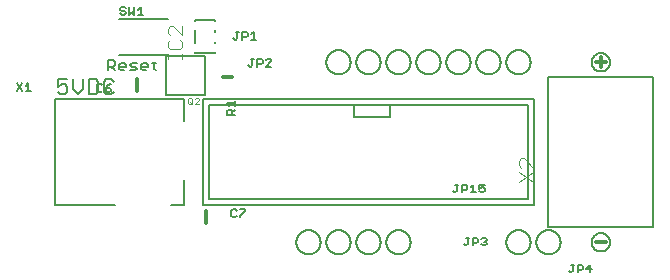
<source format=gbr>
G04 EAGLE Gerber RS-274X export*
G75*
%MOMM*%
%FSLAX34Y34*%
%LPD*%
%INSilkscreen Top*%
%IPPOS*%
%AMOC8*
5,1,8,0,0,1.08239X$1,22.5*%
G01*
%ADD10C,0.127000*%
%ADD11C,0.203200*%
%ADD12C,0.152400*%
%ADD13C,0.101600*%
%ADD14C,0.304800*%
%ADD15C,0.076200*%


D10*
X46116Y183515D02*
X46116Y192413D01*
X50565Y192413D01*
X52048Y190930D01*
X52048Y187964D01*
X50565Y186481D01*
X46116Y186481D01*
X49082Y186481D02*
X52048Y183515D01*
X56954Y183515D02*
X59920Y183515D01*
X56954Y183515D02*
X55471Y184998D01*
X55471Y187964D01*
X56954Y189447D01*
X59920Y189447D01*
X61403Y187964D01*
X61403Y186481D01*
X55471Y186481D01*
X64827Y183515D02*
X69275Y183515D01*
X70758Y184998D01*
X69275Y186481D01*
X66310Y186481D01*
X64827Y187964D01*
X66310Y189447D01*
X70758Y189447D01*
X75665Y183515D02*
X78631Y183515D01*
X75665Y183515D02*
X74182Y184998D01*
X74182Y187964D01*
X75665Y189447D01*
X78631Y189447D01*
X80114Y187964D01*
X80114Y186481D01*
X74182Y186481D01*
X85020Y184998D02*
X85020Y190930D01*
X85020Y184998D02*
X86503Y183515D01*
X86503Y189447D02*
X83537Y189447D01*
D11*
X11691Y175778D02*
X3556Y175778D01*
X3556Y169677D01*
X7623Y171711D01*
X9657Y171711D01*
X11691Y169677D01*
X11691Y165610D01*
X9657Y163576D01*
X5590Y163576D01*
X3556Y165610D01*
X16653Y167643D02*
X16653Y175778D01*
X16653Y167643D02*
X20721Y163576D01*
X24788Y167643D01*
X24788Y175778D01*
X29751Y175778D02*
X29751Y163576D01*
X35852Y163576D01*
X37885Y165610D01*
X37885Y173745D01*
X35852Y175778D01*
X29751Y175778D01*
X48949Y175778D02*
X50983Y173745D01*
X48949Y175778D02*
X44881Y175778D01*
X42848Y173745D01*
X42848Y165610D01*
X44881Y163576D01*
X48949Y163576D01*
X50983Y165610D01*
X205661Y38100D02*
X205664Y38351D01*
X205673Y38602D01*
X205689Y38853D01*
X205710Y39104D01*
X205738Y39353D01*
X205772Y39602D01*
X205812Y39850D01*
X205858Y40098D01*
X205910Y40343D01*
X205968Y40588D01*
X206032Y40831D01*
X206102Y41072D01*
X206178Y41312D01*
X206260Y41549D01*
X206347Y41785D01*
X206440Y42018D01*
X206539Y42249D01*
X206644Y42478D01*
X206754Y42704D01*
X206870Y42927D01*
X206991Y43147D01*
X207118Y43364D01*
X207250Y43578D01*
X207387Y43788D01*
X207529Y43996D01*
X207676Y44199D01*
X207828Y44399D01*
X207985Y44596D01*
X208147Y44788D01*
X208313Y44976D01*
X208484Y45160D01*
X208660Y45340D01*
X208840Y45516D01*
X209024Y45687D01*
X209212Y45853D01*
X209404Y46015D01*
X209601Y46172D01*
X209801Y46324D01*
X210004Y46471D01*
X210212Y46613D01*
X210422Y46750D01*
X210636Y46882D01*
X210853Y47009D01*
X211073Y47130D01*
X211296Y47246D01*
X211522Y47356D01*
X211751Y47461D01*
X211982Y47560D01*
X212215Y47653D01*
X212451Y47740D01*
X212688Y47822D01*
X212928Y47898D01*
X213169Y47968D01*
X213412Y48032D01*
X213657Y48090D01*
X213902Y48142D01*
X214150Y48188D01*
X214398Y48228D01*
X214647Y48262D01*
X214896Y48290D01*
X215147Y48311D01*
X215398Y48327D01*
X215649Y48336D01*
X215900Y48339D01*
X216151Y48336D01*
X216402Y48327D01*
X216653Y48311D01*
X216904Y48290D01*
X217153Y48262D01*
X217402Y48228D01*
X217650Y48188D01*
X217898Y48142D01*
X218143Y48090D01*
X218388Y48032D01*
X218631Y47968D01*
X218872Y47898D01*
X219112Y47822D01*
X219349Y47740D01*
X219585Y47653D01*
X219818Y47560D01*
X220049Y47461D01*
X220278Y47356D01*
X220504Y47246D01*
X220727Y47130D01*
X220947Y47009D01*
X221164Y46882D01*
X221378Y46750D01*
X221588Y46613D01*
X221796Y46471D01*
X221999Y46324D01*
X222199Y46172D01*
X222396Y46015D01*
X222588Y45853D01*
X222776Y45687D01*
X222960Y45516D01*
X223140Y45340D01*
X223316Y45160D01*
X223487Y44976D01*
X223653Y44788D01*
X223815Y44596D01*
X223972Y44399D01*
X224124Y44199D01*
X224271Y43996D01*
X224413Y43788D01*
X224550Y43578D01*
X224682Y43364D01*
X224809Y43147D01*
X224930Y42927D01*
X225046Y42704D01*
X225156Y42478D01*
X225261Y42249D01*
X225360Y42018D01*
X225453Y41785D01*
X225540Y41549D01*
X225622Y41312D01*
X225698Y41072D01*
X225768Y40831D01*
X225832Y40588D01*
X225890Y40343D01*
X225942Y40098D01*
X225988Y39850D01*
X226028Y39602D01*
X226062Y39353D01*
X226090Y39104D01*
X226111Y38853D01*
X226127Y38602D01*
X226136Y38351D01*
X226139Y38100D01*
X226136Y37849D01*
X226127Y37598D01*
X226111Y37347D01*
X226090Y37096D01*
X226062Y36847D01*
X226028Y36598D01*
X225988Y36350D01*
X225942Y36102D01*
X225890Y35857D01*
X225832Y35612D01*
X225768Y35369D01*
X225698Y35128D01*
X225622Y34888D01*
X225540Y34651D01*
X225453Y34415D01*
X225360Y34182D01*
X225261Y33951D01*
X225156Y33722D01*
X225046Y33496D01*
X224930Y33273D01*
X224809Y33053D01*
X224682Y32836D01*
X224550Y32622D01*
X224413Y32412D01*
X224271Y32204D01*
X224124Y32001D01*
X223972Y31801D01*
X223815Y31604D01*
X223653Y31412D01*
X223487Y31224D01*
X223316Y31040D01*
X223140Y30860D01*
X222960Y30684D01*
X222776Y30513D01*
X222588Y30347D01*
X222396Y30185D01*
X222199Y30028D01*
X221999Y29876D01*
X221796Y29729D01*
X221588Y29587D01*
X221378Y29450D01*
X221164Y29318D01*
X220947Y29191D01*
X220727Y29070D01*
X220504Y28954D01*
X220278Y28844D01*
X220049Y28739D01*
X219818Y28640D01*
X219585Y28547D01*
X219349Y28460D01*
X219112Y28378D01*
X218872Y28302D01*
X218631Y28232D01*
X218388Y28168D01*
X218143Y28110D01*
X217898Y28058D01*
X217650Y28012D01*
X217402Y27972D01*
X217153Y27938D01*
X216904Y27910D01*
X216653Y27889D01*
X216402Y27873D01*
X216151Y27864D01*
X215900Y27861D01*
X215649Y27864D01*
X215398Y27873D01*
X215147Y27889D01*
X214896Y27910D01*
X214647Y27938D01*
X214398Y27972D01*
X214150Y28012D01*
X213902Y28058D01*
X213657Y28110D01*
X213412Y28168D01*
X213169Y28232D01*
X212928Y28302D01*
X212688Y28378D01*
X212451Y28460D01*
X212215Y28547D01*
X211982Y28640D01*
X211751Y28739D01*
X211522Y28844D01*
X211296Y28954D01*
X211073Y29070D01*
X210853Y29191D01*
X210636Y29318D01*
X210422Y29450D01*
X210212Y29587D01*
X210004Y29729D01*
X209801Y29876D01*
X209601Y30028D01*
X209404Y30185D01*
X209212Y30347D01*
X209024Y30513D01*
X208840Y30684D01*
X208660Y30860D01*
X208484Y31040D01*
X208313Y31224D01*
X208147Y31412D01*
X207985Y31604D01*
X207828Y31801D01*
X207676Y32001D01*
X207529Y32204D01*
X207387Y32412D01*
X207250Y32622D01*
X207118Y32836D01*
X206991Y33053D01*
X206870Y33273D01*
X206754Y33496D01*
X206644Y33722D01*
X206539Y33951D01*
X206440Y34182D01*
X206347Y34415D01*
X206260Y34651D01*
X206178Y34888D01*
X206102Y35128D01*
X206032Y35369D01*
X205968Y35612D01*
X205910Y35857D01*
X205858Y36102D01*
X205812Y36350D01*
X205772Y36598D01*
X205738Y36847D01*
X205710Y37096D01*
X205689Y37347D01*
X205673Y37598D01*
X205664Y37849D01*
X205661Y38100D01*
X231061Y38100D02*
X231064Y38351D01*
X231073Y38602D01*
X231089Y38853D01*
X231110Y39104D01*
X231138Y39353D01*
X231172Y39602D01*
X231212Y39850D01*
X231258Y40098D01*
X231310Y40343D01*
X231368Y40588D01*
X231432Y40831D01*
X231502Y41072D01*
X231578Y41312D01*
X231660Y41549D01*
X231747Y41785D01*
X231840Y42018D01*
X231939Y42249D01*
X232044Y42478D01*
X232154Y42704D01*
X232270Y42927D01*
X232391Y43147D01*
X232518Y43364D01*
X232650Y43578D01*
X232787Y43788D01*
X232929Y43996D01*
X233076Y44199D01*
X233228Y44399D01*
X233385Y44596D01*
X233547Y44788D01*
X233713Y44976D01*
X233884Y45160D01*
X234060Y45340D01*
X234240Y45516D01*
X234424Y45687D01*
X234612Y45853D01*
X234804Y46015D01*
X235001Y46172D01*
X235201Y46324D01*
X235404Y46471D01*
X235612Y46613D01*
X235822Y46750D01*
X236036Y46882D01*
X236253Y47009D01*
X236473Y47130D01*
X236696Y47246D01*
X236922Y47356D01*
X237151Y47461D01*
X237382Y47560D01*
X237615Y47653D01*
X237851Y47740D01*
X238088Y47822D01*
X238328Y47898D01*
X238569Y47968D01*
X238812Y48032D01*
X239057Y48090D01*
X239302Y48142D01*
X239550Y48188D01*
X239798Y48228D01*
X240047Y48262D01*
X240296Y48290D01*
X240547Y48311D01*
X240798Y48327D01*
X241049Y48336D01*
X241300Y48339D01*
X241551Y48336D01*
X241802Y48327D01*
X242053Y48311D01*
X242304Y48290D01*
X242553Y48262D01*
X242802Y48228D01*
X243050Y48188D01*
X243298Y48142D01*
X243543Y48090D01*
X243788Y48032D01*
X244031Y47968D01*
X244272Y47898D01*
X244512Y47822D01*
X244749Y47740D01*
X244985Y47653D01*
X245218Y47560D01*
X245449Y47461D01*
X245678Y47356D01*
X245904Y47246D01*
X246127Y47130D01*
X246347Y47009D01*
X246564Y46882D01*
X246778Y46750D01*
X246988Y46613D01*
X247196Y46471D01*
X247399Y46324D01*
X247599Y46172D01*
X247796Y46015D01*
X247988Y45853D01*
X248176Y45687D01*
X248360Y45516D01*
X248540Y45340D01*
X248716Y45160D01*
X248887Y44976D01*
X249053Y44788D01*
X249215Y44596D01*
X249372Y44399D01*
X249524Y44199D01*
X249671Y43996D01*
X249813Y43788D01*
X249950Y43578D01*
X250082Y43364D01*
X250209Y43147D01*
X250330Y42927D01*
X250446Y42704D01*
X250556Y42478D01*
X250661Y42249D01*
X250760Y42018D01*
X250853Y41785D01*
X250940Y41549D01*
X251022Y41312D01*
X251098Y41072D01*
X251168Y40831D01*
X251232Y40588D01*
X251290Y40343D01*
X251342Y40098D01*
X251388Y39850D01*
X251428Y39602D01*
X251462Y39353D01*
X251490Y39104D01*
X251511Y38853D01*
X251527Y38602D01*
X251536Y38351D01*
X251539Y38100D01*
X251536Y37849D01*
X251527Y37598D01*
X251511Y37347D01*
X251490Y37096D01*
X251462Y36847D01*
X251428Y36598D01*
X251388Y36350D01*
X251342Y36102D01*
X251290Y35857D01*
X251232Y35612D01*
X251168Y35369D01*
X251098Y35128D01*
X251022Y34888D01*
X250940Y34651D01*
X250853Y34415D01*
X250760Y34182D01*
X250661Y33951D01*
X250556Y33722D01*
X250446Y33496D01*
X250330Y33273D01*
X250209Y33053D01*
X250082Y32836D01*
X249950Y32622D01*
X249813Y32412D01*
X249671Y32204D01*
X249524Y32001D01*
X249372Y31801D01*
X249215Y31604D01*
X249053Y31412D01*
X248887Y31224D01*
X248716Y31040D01*
X248540Y30860D01*
X248360Y30684D01*
X248176Y30513D01*
X247988Y30347D01*
X247796Y30185D01*
X247599Y30028D01*
X247399Y29876D01*
X247196Y29729D01*
X246988Y29587D01*
X246778Y29450D01*
X246564Y29318D01*
X246347Y29191D01*
X246127Y29070D01*
X245904Y28954D01*
X245678Y28844D01*
X245449Y28739D01*
X245218Y28640D01*
X244985Y28547D01*
X244749Y28460D01*
X244512Y28378D01*
X244272Y28302D01*
X244031Y28232D01*
X243788Y28168D01*
X243543Y28110D01*
X243298Y28058D01*
X243050Y28012D01*
X242802Y27972D01*
X242553Y27938D01*
X242304Y27910D01*
X242053Y27889D01*
X241802Y27873D01*
X241551Y27864D01*
X241300Y27861D01*
X241049Y27864D01*
X240798Y27873D01*
X240547Y27889D01*
X240296Y27910D01*
X240047Y27938D01*
X239798Y27972D01*
X239550Y28012D01*
X239302Y28058D01*
X239057Y28110D01*
X238812Y28168D01*
X238569Y28232D01*
X238328Y28302D01*
X238088Y28378D01*
X237851Y28460D01*
X237615Y28547D01*
X237382Y28640D01*
X237151Y28739D01*
X236922Y28844D01*
X236696Y28954D01*
X236473Y29070D01*
X236253Y29191D01*
X236036Y29318D01*
X235822Y29450D01*
X235612Y29587D01*
X235404Y29729D01*
X235201Y29876D01*
X235001Y30028D01*
X234804Y30185D01*
X234612Y30347D01*
X234424Y30513D01*
X234240Y30684D01*
X234060Y30860D01*
X233884Y31040D01*
X233713Y31224D01*
X233547Y31412D01*
X233385Y31604D01*
X233228Y31801D01*
X233076Y32001D01*
X232929Y32204D01*
X232787Y32412D01*
X232650Y32622D01*
X232518Y32836D01*
X232391Y33053D01*
X232270Y33273D01*
X232154Y33496D01*
X232044Y33722D01*
X231939Y33951D01*
X231840Y34182D01*
X231747Y34415D01*
X231660Y34651D01*
X231578Y34888D01*
X231502Y35128D01*
X231432Y35369D01*
X231368Y35612D01*
X231310Y35857D01*
X231258Y36102D01*
X231212Y36350D01*
X231172Y36598D01*
X231138Y36847D01*
X231110Y37096D01*
X231089Y37347D01*
X231073Y37598D01*
X231064Y37849D01*
X231061Y38100D01*
X256461Y38100D02*
X256464Y38351D01*
X256473Y38602D01*
X256489Y38853D01*
X256510Y39104D01*
X256538Y39353D01*
X256572Y39602D01*
X256612Y39850D01*
X256658Y40098D01*
X256710Y40343D01*
X256768Y40588D01*
X256832Y40831D01*
X256902Y41072D01*
X256978Y41312D01*
X257060Y41549D01*
X257147Y41785D01*
X257240Y42018D01*
X257339Y42249D01*
X257444Y42478D01*
X257554Y42704D01*
X257670Y42927D01*
X257791Y43147D01*
X257918Y43364D01*
X258050Y43578D01*
X258187Y43788D01*
X258329Y43996D01*
X258476Y44199D01*
X258628Y44399D01*
X258785Y44596D01*
X258947Y44788D01*
X259113Y44976D01*
X259284Y45160D01*
X259460Y45340D01*
X259640Y45516D01*
X259824Y45687D01*
X260012Y45853D01*
X260204Y46015D01*
X260401Y46172D01*
X260601Y46324D01*
X260804Y46471D01*
X261012Y46613D01*
X261222Y46750D01*
X261436Y46882D01*
X261653Y47009D01*
X261873Y47130D01*
X262096Y47246D01*
X262322Y47356D01*
X262551Y47461D01*
X262782Y47560D01*
X263015Y47653D01*
X263251Y47740D01*
X263488Y47822D01*
X263728Y47898D01*
X263969Y47968D01*
X264212Y48032D01*
X264457Y48090D01*
X264702Y48142D01*
X264950Y48188D01*
X265198Y48228D01*
X265447Y48262D01*
X265696Y48290D01*
X265947Y48311D01*
X266198Y48327D01*
X266449Y48336D01*
X266700Y48339D01*
X266951Y48336D01*
X267202Y48327D01*
X267453Y48311D01*
X267704Y48290D01*
X267953Y48262D01*
X268202Y48228D01*
X268450Y48188D01*
X268698Y48142D01*
X268943Y48090D01*
X269188Y48032D01*
X269431Y47968D01*
X269672Y47898D01*
X269912Y47822D01*
X270149Y47740D01*
X270385Y47653D01*
X270618Y47560D01*
X270849Y47461D01*
X271078Y47356D01*
X271304Y47246D01*
X271527Y47130D01*
X271747Y47009D01*
X271964Y46882D01*
X272178Y46750D01*
X272388Y46613D01*
X272596Y46471D01*
X272799Y46324D01*
X272999Y46172D01*
X273196Y46015D01*
X273388Y45853D01*
X273576Y45687D01*
X273760Y45516D01*
X273940Y45340D01*
X274116Y45160D01*
X274287Y44976D01*
X274453Y44788D01*
X274615Y44596D01*
X274772Y44399D01*
X274924Y44199D01*
X275071Y43996D01*
X275213Y43788D01*
X275350Y43578D01*
X275482Y43364D01*
X275609Y43147D01*
X275730Y42927D01*
X275846Y42704D01*
X275956Y42478D01*
X276061Y42249D01*
X276160Y42018D01*
X276253Y41785D01*
X276340Y41549D01*
X276422Y41312D01*
X276498Y41072D01*
X276568Y40831D01*
X276632Y40588D01*
X276690Y40343D01*
X276742Y40098D01*
X276788Y39850D01*
X276828Y39602D01*
X276862Y39353D01*
X276890Y39104D01*
X276911Y38853D01*
X276927Y38602D01*
X276936Y38351D01*
X276939Y38100D01*
X276936Y37849D01*
X276927Y37598D01*
X276911Y37347D01*
X276890Y37096D01*
X276862Y36847D01*
X276828Y36598D01*
X276788Y36350D01*
X276742Y36102D01*
X276690Y35857D01*
X276632Y35612D01*
X276568Y35369D01*
X276498Y35128D01*
X276422Y34888D01*
X276340Y34651D01*
X276253Y34415D01*
X276160Y34182D01*
X276061Y33951D01*
X275956Y33722D01*
X275846Y33496D01*
X275730Y33273D01*
X275609Y33053D01*
X275482Y32836D01*
X275350Y32622D01*
X275213Y32412D01*
X275071Y32204D01*
X274924Y32001D01*
X274772Y31801D01*
X274615Y31604D01*
X274453Y31412D01*
X274287Y31224D01*
X274116Y31040D01*
X273940Y30860D01*
X273760Y30684D01*
X273576Y30513D01*
X273388Y30347D01*
X273196Y30185D01*
X272999Y30028D01*
X272799Y29876D01*
X272596Y29729D01*
X272388Y29587D01*
X272178Y29450D01*
X271964Y29318D01*
X271747Y29191D01*
X271527Y29070D01*
X271304Y28954D01*
X271078Y28844D01*
X270849Y28739D01*
X270618Y28640D01*
X270385Y28547D01*
X270149Y28460D01*
X269912Y28378D01*
X269672Y28302D01*
X269431Y28232D01*
X269188Y28168D01*
X268943Y28110D01*
X268698Y28058D01*
X268450Y28012D01*
X268202Y27972D01*
X267953Y27938D01*
X267704Y27910D01*
X267453Y27889D01*
X267202Y27873D01*
X266951Y27864D01*
X266700Y27861D01*
X266449Y27864D01*
X266198Y27873D01*
X265947Y27889D01*
X265696Y27910D01*
X265447Y27938D01*
X265198Y27972D01*
X264950Y28012D01*
X264702Y28058D01*
X264457Y28110D01*
X264212Y28168D01*
X263969Y28232D01*
X263728Y28302D01*
X263488Y28378D01*
X263251Y28460D01*
X263015Y28547D01*
X262782Y28640D01*
X262551Y28739D01*
X262322Y28844D01*
X262096Y28954D01*
X261873Y29070D01*
X261653Y29191D01*
X261436Y29318D01*
X261222Y29450D01*
X261012Y29587D01*
X260804Y29729D01*
X260601Y29876D01*
X260401Y30028D01*
X260204Y30185D01*
X260012Y30347D01*
X259824Y30513D01*
X259640Y30684D01*
X259460Y30860D01*
X259284Y31040D01*
X259113Y31224D01*
X258947Y31412D01*
X258785Y31604D01*
X258628Y31801D01*
X258476Y32001D01*
X258329Y32204D01*
X258187Y32412D01*
X258050Y32622D01*
X257918Y32836D01*
X257791Y33053D01*
X257670Y33273D01*
X257554Y33496D01*
X257444Y33722D01*
X257339Y33951D01*
X257240Y34182D01*
X257147Y34415D01*
X257060Y34651D01*
X256978Y34888D01*
X256902Y35128D01*
X256832Y35369D01*
X256768Y35612D01*
X256710Y35857D01*
X256658Y36102D01*
X256612Y36350D01*
X256572Y36598D01*
X256538Y36847D01*
X256510Y37096D01*
X256489Y37347D01*
X256473Y37598D01*
X256464Y37849D01*
X256461Y38100D01*
X281861Y38100D02*
X281864Y38351D01*
X281873Y38602D01*
X281889Y38853D01*
X281910Y39104D01*
X281938Y39353D01*
X281972Y39602D01*
X282012Y39850D01*
X282058Y40098D01*
X282110Y40343D01*
X282168Y40588D01*
X282232Y40831D01*
X282302Y41072D01*
X282378Y41312D01*
X282460Y41549D01*
X282547Y41785D01*
X282640Y42018D01*
X282739Y42249D01*
X282844Y42478D01*
X282954Y42704D01*
X283070Y42927D01*
X283191Y43147D01*
X283318Y43364D01*
X283450Y43578D01*
X283587Y43788D01*
X283729Y43996D01*
X283876Y44199D01*
X284028Y44399D01*
X284185Y44596D01*
X284347Y44788D01*
X284513Y44976D01*
X284684Y45160D01*
X284860Y45340D01*
X285040Y45516D01*
X285224Y45687D01*
X285412Y45853D01*
X285604Y46015D01*
X285801Y46172D01*
X286001Y46324D01*
X286204Y46471D01*
X286412Y46613D01*
X286622Y46750D01*
X286836Y46882D01*
X287053Y47009D01*
X287273Y47130D01*
X287496Y47246D01*
X287722Y47356D01*
X287951Y47461D01*
X288182Y47560D01*
X288415Y47653D01*
X288651Y47740D01*
X288888Y47822D01*
X289128Y47898D01*
X289369Y47968D01*
X289612Y48032D01*
X289857Y48090D01*
X290102Y48142D01*
X290350Y48188D01*
X290598Y48228D01*
X290847Y48262D01*
X291096Y48290D01*
X291347Y48311D01*
X291598Y48327D01*
X291849Y48336D01*
X292100Y48339D01*
X292351Y48336D01*
X292602Y48327D01*
X292853Y48311D01*
X293104Y48290D01*
X293353Y48262D01*
X293602Y48228D01*
X293850Y48188D01*
X294098Y48142D01*
X294343Y48090D01*
X294588Y48032D01*
X294831Y47968D01*
X295072Y47898D01*
X295312Y47822D01*
X295549Y47740D01*
X295785Y47653D01*
X296018Y47560D01*
X296249Y47461D01*
X296478Y47356D01*
X296704Y47246D01*
X296927Y47130D01*
X297147Y47009D01*
X297364Y46882D01*
X297578Y46750D01*
X297788Y46613D01*
X297996Y46471D01*
X298199Y46324D01*
X298399Y46172D01*
X298596Y46015D01*
X298788Y45853D01*
X298976Y45687D01*
X299160Y45516D01*
X299340Y45340D01*
X299516Y45160D01*
X299687Y44976D01*
X299853Y44788D01*
X300015Y44596D01*
X300172Y44399D01*
X300324Y44199D01*
X300471Y43996D01*
X300613Y43788D01*
X300750Y43578D01*
X300882Y43364D01*
X301009Y43147D01*
X301130Y42927D01*
X301246Y42704D01*
X301356Y42478D01*
X301461Y42249D01*
X301560Y42018D01*
X301653Y41785D01*
X301740Y41549D01*
X301822Y41312D01*
X301898Y41072D01*
X301968Y40831D01*
X302032Y40588D01*
X302090Y40343D01*
X302142Y40098D01*
X302188Y39850D01*
X302228Y39602D01*
X302262Y39353D01*
X302290Y39104D01*
X302311Y38853D01*
X302327Y38602D01*
X302336Y38351D01*
X302339Y38100D01*
X302336Y37849D01*
X302327Y37598D01*
X302311Y37347D01*
X302290Y37096D01*
X302262Y36847D01*
X302228Y36598D01*
X302188Y36350D01*
X302142Y36102D01*
X302090Y35857D01*
X302032Y35612D01*
X301968Y35369D01*
X301898Y35128D01*
X301822Y34888D01*
X301740Y34651D01*
X301653Y34415D01*
X301560Y34182D01*
X301461Y33951D01*
X301356Y33722D01*
X301246Y33496D01*
X301130Y33273D01*
X301009Y33053D01*
X300882Y32836D01*
X300750Y32622D01*
X300613Y32412D01*
X300471Y32204D01*
X300324Y32001D01*
X300172Y31801D01*
X300015Y31604D01*
X299853Y31412D01*
X299687Y31224D01*
X299516Y31040D01*
X299340Y30860D01*
X299160Y30684D01*
X298976Y30513D01*
X298788Y30347D01*
X298596Y30185D01*
X298399Y30028D01*
X298199Y29876D01*
X297996Y29729D01*
X297788Y29587D01*
X297578Y29450D01*
X297364Y29318D01*
X297147Y29191D01*
X296927Y29070D01*
X296704Y28954D01*
X296478Y28844D01*
X296249Y28739D01*
X296018Y28640D01*
X295785Y28547D01*
X295549Y28460D01*
X295312Y28378D01*
X295072Y28302D01*
X294831Y28232D01*
X294588Y28168D01*
X294343Y28110D01*
X294098Y28058D01*
X293850Y28012D01*
X293602Y27972D01*
X293353Y27938D01*
X293104Y27910D01*
X292853Y27889D01*
X292602Y27873D01*
X292351Y27864D01*
X292100Y27861D01*
X291849Y27864D01*
X291598Y27873D01*
X291347Y27889D01*
X291096Y27910D01*
X290847Y27938D01*
X290598Y27972D01*
X290350Y28012D01*
X290102Y28058D01*
X289857Y28110D01*
X289612Y28168D01*
X289369Y28232D01*
X289128Y28302D01*
X288888Y28378D01*
X288651Y28460D01*
X288415Y28547D01*
X288182Y28640D01*
X287951Y28739D01*
X287722Y28844D01*
X287496Y28954D01*
X287273Y29070D01*
X287053Y29191D01*
X286836Y29318D01*
X286622Y29450D01*
X286412Y29587D01*
X286204Y29729D01*
X286001Y29876D01*
X285801Y30028D01*
X285604Y30185D01*
X285412Y30347D01*
X285224Y30513D01*
X285040Y30684D01*
X284860Y30860D01*
X284684Y31040D01*
X284513Y31224D01*
X284347Y31412D01*
X284185Y31604D01*
X284028Y31801D01*
X283876Y32001D01*
X283729Y32204D01*
X283587Y32412D01*
X283450Y32622D01*
X283318Y32836D01*
X283191Y33053D01*
X283070Y33273D01*
X282954Y33496D01*
X282844Y33722D01*
X282739Y33951D01*
X282640Y34182D01*
X282547Y34415D01*
X282460Y34651D01*
X282378Y34888D01*
X282302Y35128D01*
X282232Y35369D01*
X282168Y35612D01*
X282110Y35857D01*
X282058Y36102D01*
X282012Y36350D01*
X281972Y36598D01*
X281938Y36847D01*
X281910Y37096D01*
X281889Y37347D01*
X281873Y37598D01*
X281864Y37849D01*
X281861Y38100D01*
X383461Y38100D02*
X383464Y38351D01*
X383473Y38602D01*
X383489Y38853D01*
X383510Y39104D01*
X383538Y39353D01*
X383572Y39602D01*
X383612Y39850D01*
X383658Y40098D01*
X383710Y40343D01*
X383768Y40588D01*
X383832Y40831D01*
X383902Y41072D01*
X383978Y41312D01*
X384060Y41549D01*
X384147Y41785D01*
X384240Y42018D01*
X384339Y42249D01*
X384444Y42478D01*
X384554Y42704D01*
X384670Y42927D01*
X384791Y43147D01*
X384918Y43364D01*
X385050Y43578D01*
X385187Y43788D01*
X385329Y43996D01*
X385476Y44199D01*
X385628Y44399D01*
X385785Y44596D01*
X385947Y44788D01*
X386113Y44976D01*
X386284Y45160D01*
X386460Y45340D01*
X386640Y45516D01*
X386824Y45687D01*
X387012Y45853D01*
X387204Y46015D01*
X387401Y46172D01*
X387601Y46324D01*
X387804Y46471D01*
X388012Y46613D01*
X388222Y46750D01*
X388436Y46882D01*
X388653Y47009D01*
X388873Y47130D01*
X389096Y47246D01*
X389322Y47356D01*
X389551Y47461D01*
X389782Y47560D01*
X390015Y47653D01*
X390251Y47740D01*
X390488Y47822D01*
X390728Y47898D01*
X390969Y47968D01*
X391212Y48032D01*
X391457Y48090D01*
X391702Y48142D01*
X391950Y48188D01*
X392198Y48228D01*
X392447Y48262D01*
X392696Y48290D01*
X392947Y48311D01*
X393198Y48327D01*
X393449Y48336D01*
X393700Y48339D01*
X393951Y48336D01*
X394202Y48327D01*
X394453Y48311D01*
X394704Y48290D01*
X394953Y48262D01*
X395202Y48228D01*
X395450Y48188D01*
X395698Y48142D01*
X395943Y48090D01*
X396188Y48032D01*
X396431Y47968D01*
X396672Y47898D01*
X396912Y47822D01*
X397149Y47740D01*
X397385Y47653D01*
X397618Y47560D01*
X397849Y47461D01*
X398078Y47356D01*
X398304Y47246D01*
X398527Y47130D01*
X398747Y47009D01*
X398964Y46882D01*
X399178Y46750D01*
X399388Y46613D01*
X399596Y46471D01*
X399799Y46324D01*
X399999Y46172D01*
X400196Y46015D01*
X400388Y45853D01*
X400576Y45687D01*
X400760Y45516D01*
X400940Y45340D01*
X401116Y45160D01*
X401287Y44976D01*
X401453Y44788D01*
X401615Y44596D01*
X401772Y44399D01*
X401924Y44199D01*
X402071Y43996D01*
X402213Y43788D01*
X402350Y43578D01*
X402482Y43364D01*
X402609Y43147D01*
X402730Y42927D01*
X402846Y42704D01*
X402956Y42478D01*
X403061Y42249D01*
X403160Y42018D01*
X403253Y41785D01*
X403340Y41549D01*
X403422Y41312D01*
X403498Y41072D01*
X403568Y40831D01*
X403632Y40588D01*
X403690Y40343D01*
X403742Y40098D01*
X403788Y39850D01*
X403828Y39602D01*
X403862Y39353D01*
X403890Y39104D01*
X403911Y38853D01*
X403927Y38602D01*
X403936Y38351D01*
X403939Y38100D01*
X403936Y37849D01*
X403927Y37598D01*
X403911Y37347D01*
X403890Y37096D01*
X403862Y36847D01*
X403828Y36598D01*
X403788Y36350D01*
X403742Y36102D01*
X403690Y35857D01*
X403632Y35612D01*
X403568Y35369D01*
X403498Y35128D01*
X403422Y34888D01*
X403340Y34651D01*
X403253Y34415D01*
X403160Y34182D01*
X403061Y33951D01*
X402956Y33722D01*
X402846Y33496D01*
X402730Y33273D01*
X402609Y33053D01*
X402482Y32836D01*
X402350Y32622D01*
X402213Y32412D01*
X402071Y32204D01*
X401924Y32001D01*
X401772Y31801D01*
X401615Y31604D01*
X401453Y31412D01*
X401287Y31224D01*
X401116Y31040D01*
X400940Y30860D01*
X400760Y30684D01*
X400576Y30513D01*
X400388Y30347D01*
X400196Y30185D01*
X399999Y30028D01*
X399799Y29876D01*
X399596Y29729D01*
X399388Y29587D01*
X399178Y29450D01*
X398964Y29318D01*
X398747Y29191D01*
X398527Y29070D01*
X398304Y28954D01*
X398078Y28844D01*
X397849Y28739D01*
X397618Y28640D01*
X397385Y28547D01*
X397149Y28460D01*
X396912Y28378D01*
X396672Y28302D01*
X396431Y28232D01*
X396188Y28168D01*
X395943Y28110D01*
X395698Y28058D01*
X395450Y28012D01*
X395202Y27972D01*
X394953Y27938D01*
X394704Y27910D01*
X394453Y27889D01*
X394202Y27873D01*
X393951Y27864D01*
X393700Y27861D01*
X393449Y27864D01*
X393198Y27873D01*
X392947Y27889D01*
X392696Y27910D01*
X392447Y27938D01*
X392198Y27972D01*
X391950Y28012D01*
X391702Y28058D01*
X391457Y28110D01*
X391212Y28168D01*
X390969Y28232D01*
X390728Y28302D01*
X390488Y28378D01*
X390251Y28460D01*
X390015Y28547D01*
X389782Y28640D01*
X389551Y28739D01*
X389322Y28844D01*
X389096Y28954D01*
X388873Y29070D01*
X388653Y29191D01*
X388436Y29318D01*
X388222Y29450D01*
X388012Y29587D01*
X387804Y29729D01*
X387601Y29876D01*
X387401Y30028D01*
X387204Y30185D01*
X387012Y30347D01*
X386824Y30513D01*
X386640Y30684D01*
X386460Y30860D01*
X386284Y31040D01*
X386113Y31224D01*
X385947Y31412D01*
X385785Y31604D01*
X385628Y31801D01*
X385476Y32001D01*
X385329Y32204D01*
X385187Y32412D01*
X385050Y32622D01*
X384918Y32836D01*
X384791Y33053D01*
X384670Y33273D01*
X384554Y33496D01*
X384444Y33722D01*
X384339Y33951D01*
X384240Y34182D01*
X384147Y34415D01*
X384060Y34651D01*
X383978Y34888D01*
X383902Y35128D01*
X383832Y35369D01*
X383768Y35612D01*
X383710Y35857D01*
X383658Y36102D01*
X383612Y36350D01*
X383572Y36598D01*
X383538Y36847D01*
X383510Y37096D01*
X383489Y37347D01*
X383473Y37598D01*
X383464Y37849D01*
X383461Y38100D01*
X408861Y38100D02*
X408864Y38351D01*
X408873Y38602D01*
X408889Y38853D01*
X408910Y39104D01*
X408938Y39353D01*
X408972Y39602D01*
X409012Y39850D01*
X409058Y40098D01*
X409110Y40343D01*
X409168Y40588D01*
X409232Y40831D01*
X409302Y41072D01*
X409378Y41312D01*
X409460Y41549D01*
X409547Y41785D01*
X409640Y42018D01*
X409739Y42249D01*
X409844Y42478D01*
X409954Y42704D01*
X410070Y42927D01*
X410191Y43147D01*
X410318Y43364D01*
X410450Y43578D01*
X410587Y43788D01*
X410729Y43996D01*
X410876Y44199D01*
X411028Y44399D01*
X411185Y44596D01*
X411347Y44788D01*
X411513Y44976D01*
X411684Y45160D01*
X411860Y45340D01*
X412040Y45516D01*
X412224Y45687D01*
X412412Y45853D01*
X412604Y46015D01*
X412801Y46172D01*
X413001Y46324D01*
X413204Y46471D01*
X413412Y46613D01*
X413622Y46750D01*
X413836Y46882D01*
X414053Y47009D01*
X414273Y47130D01*
X414496Y47246D01*
X414722Y47356D01*
X414951Y47461D01*
X415182Y47560D01*
X415415Y47653D01*
X415651Y47740D01*
X415888Y47822D01*
X416128Y47898D01*
X416369Y47968D01*
X416612Y48032D01*
X416857Y48090D01*
X417102Y48142D01*
X417350Y48188D01*
X417598Y48228D01*
X417847Y48262D01*
X418096Y48290D01*
X418347Y48311D01*
X418598Y48327D01*
X418849Y48336D01*
X419100Y48339D01*
X419351Y48336D01*
X419602Y48327D01*
X419853Y48311D01*
X420104Y48290D01*
X420353Y48262D01*
X420602Y48228D01*
X420850Y48188D01*
X421098Y48142D01*
X421343Y48090D01*
X421588Y48032D01*
X421831Y47968D01*
X422072Y47898D01*
X422312Y47822D01*
X422549Y47740D01*
X422785Y47653D01*
X423018Y47560D01*
X423249Y47461D01*
X423478Y47356D01*
X423704Y47246D01*
X423927Y47130D01*
X424147Y47009D01*
X424364Y46882D01*
X424578Y46750D01*
X424788Y46613D01*
X424996Y46471D01*
X425199Y46324D01*
X425399Y46172D01*
X425596Y46015D01*
X425788Y45853D01*
X425976Y45687D01*
X426160Y45516D01*
X426340Y45340D01*
X426516Y45160D01*
X426687Y44976D01*
X426853Y44788D01*
X427015Y44596D01*
X427172Y44399D01*
X427324Y44199D01*
X427471Y43996D01*
X427613Y43788D01*
X427750Y43578D01*
X427882Y43364D01*
X428009Y43147D01*
X428130Y42927D01*
X428246Y42704D01*
X428356Y42478D01*
X428461Y42249D01*
X428560Y42018D01*
X428653Y41785D01*
X428740Y41549D01*
X428822Y41312D01*
X428898Y41072D01*
X428968Y40831D01*
X429032Y40588D01*
X429090Y40343D01*
X429142Y40098D01*
X429188Y39850D01*
X429228Y39602D01*
X429262Y39353D01*
X429290Y39104D01*
X429311Y38853D01*
X429327Y38602D01*
X429336Y38351D01*
X429339Y38100D01*
X429336Y37849D01*
X429327Y37598D01*
X429311Y37347D01*
X429290Y37096D01*
X429262Y36847D01*
X429228Y36598D01*
X429188Y36350D01*
X429142Y36102D01*
X429090Y35857D01*
X429032Y35612D01*
X428968Y35369D01*
X428898Y35128D01*
X428822Y34888D01*
X428740Y34651D01*
X428653Y34415D01*
X428560Y34182D01*
X428461Y33951D01*
X428356Y33722D01*
X428246Y33496D01*
X428130Y33273D01*
X428009Y33053D01*
X427882Y32836D01*
X427750Y32622D01*
X427613Y32412D01*
X427471Y32204D01*
X427324Y32001D01*
X427172Y31801D01*
X427015Y31604D01*
X426853Y31412D01*
X426687Y31224D01*
X426516Y31040D01*
X426340Y30860D01*
X426160Y30684D01*
X425976Y30513D01*
X425788Y30347D01*
X425596Y30185D01*
X425399Y30028D01*
X425199Y29876D01*
X424996Y29729D01*
X424788Y29587D01*
X424578Y29450D01*
X424364Y29318D01*
X424147Y29191D01*
X423927Y29070D01*
X423704Y28954D01*
X423478Y28844D01*
X423249Y28739D01*
X423018Y28640D01*
X422785Y28547D01*
X422549Y28460D01*
X422312Y28378D01*
X422072Y28302D01*
X421831Y28232D01*
X421588Y28168D01*
X421343Y28110D01*
X421098Y28058D01*
X420850Y28012D01*
X420602Y27972D01*
X420353Y27938D01*
X420104Y27910D01*
X419853Y27889D01*
X419602Y27873D01*
X419351Y27864D01*
X419100Y27861D01*
X418849Y27864D01*
X418598Y27873D01*
X418347Y27889D01*
X418096Y27910D01*
X417847Y27938D01*
X417598Y27972D01*
X417350Y28012D01*
X417102Y28058D01*
X416857Y28110D01*
X416612Y28168D01*
X416369Y28232D01*
X416128Y28302D01*
X415888Y28378D01*
X415651Y28460D01*
X415415Y28547D01*
X415182Y28640D01*
X414951Y28739D01*
X414722Y28844D01*
X414496Y28954D01*
X414273Y29070D01*
X414053Y29191D01*
X413836Y29318D01*
X413622Y29450D01*
X413412Y29587D01*
X413204Y29729D01*
X413001Y29876D01*
X412801Y30028D01*
X412604Y30185D01*
X412412Y30347D01*
X412224Y30513D01*
X412040Y30684D01*
X411860Y30860D01*
X411684Y31040D01*
X411513Y31224D01*
X411347Y31412D01*
X411185Y31604D01*
X411028Y31801D01*
X410876Y32001D01*
X410729Y32204D01*
X410587Y32412D01*
X410450Y32622D01*
X410318Y32836D01*
X410191Y33053D01*
X410070Y33273D01*
X409954Y33496D01*
X409844Y33722D01*
X409739Y33951D01*
X409640Y34182D01*
X409547Y34415D01*
X409460Y34651D01*
X409378Y34888D01*
X409302Y35128D01*
X409232Y35369D01*
X409168Y35612D01*
X409110Y35857D01*
X409058Y36102D01*
X409012Y36350D01*
X408972Y36598D01*
X408938Y36847D01*
X408910Y37096D01*
X408889Y37347D01*
X408873Y37598D01*
X408864Y37849D01*
X408861Y38100D01*
X383461Y190500D02*
X383464Y190751D01*
X383473Y191002D01*
X383489Y191253D01*
X383510Y191504D01*
X383538Y191753D01*
X383572Y192002D01*
X383612Y192250D01*
X383658Y192498D01*
X383710Y192743D01*
X383768Y192988D01*
X383832Y193231D01*
X383902Y193472D01*
X383978Y193712D01*
X384060Y193949D01*
X384147Y194185D01*
X384240Y194418D01*
X384339Y194649D01*
X384444Y194878D01*
X384554Y195104D01*
X384670Y195327D01*
X384791Y195547D01*
X384918Y195764D01*
X385050Y195978D01*
X385187Y196188D01*
X385329Y196396D01*
X385476Y196599D01*
X385628Y196799D01*
X385785Y196996D01*
X385947Y197188D01*
X386113Y197376D01*
X386284Y197560D01*
X386460Y197740D01*
X386640Y197916D01*
X386824Y198087D01*
X387012Y198253D01*
X387204Y198415D01*
X387401Y198572D01*
X387601Y198724D01*
X387804Y198871D01*
X388012Y199013D01*
X388222Y199150D01*
X388436Y199282D01*
X388653Y199409D01*
X388873Y199530D01*
X389096Y199646D01*
X389322Y199756D01*
X389551Y199861D01*
X389782Y199960D01*
X390015Y200053D01*
X390251Y200140D01*
X390488Y200222D01*
X390728Y200298D01*
X390969Y200368D01*
X391212Y200432D01*
X391457Y200490D01*
X391702Y200542D01*
X391950Y200588D01*
X392198Y200628D01*
X392447Y200662D01*
X392696Y200690D01*
X392947Y200711D01*
X393198Y200727D01*
X393449Y200736D01*
X393700Y200739D01*
X393951Y200736D01*
X394202Y200727D01*
X394453Y200711D01*
X394704Y200690D01*
X394953Y200662D01*
X395202Y200628D01*
X395450Y200588D01*
X395698Y200542D01*
X395943Y200490D01*
X396188Y200432D01*
X396431Y200368D01*
X396672Y200298D01*
X396912Y200222D01*
X397149Y200140D01*
X397385Y200053D01*
X397618Y199960D01*
X397849Y199861D01*
X398078Y199756D01*
X398304Y199646D01*
X398527Y199530D01*
X398747Y199409D01*
X398964Y199282D01*
X399178Y199150D01*
X399388Y199013D01*
X399596Y198871D01*
X399799Y198724D01*
X399999Y198572D01*
X400196Y198415D01*
X400388Y198253D01*
X400576Y198087D01*
X400760Y197916D01*
X400940Y197740D01*
X401116Y197560D01*
X401287Y197376D01*
X401453Y197188D01*
X401615Y196996D01*
X401772Y196799D01*
X401924Y196599D01*
X402071Y196396D01*
X402213Y196188D01*
X402350Y195978D01*
X402482Y195764D01*
X402609Y195547D01*
X402730Y195327D01*
X402846Y195104D01*
X402956Y194878D01*
X403061Y194649D01*
X403160Y194418D01*
X403253Y194185D01*
X403340Y193949D01*
X403422Y193712D01*
X403498Y193472D01*
X403568Y193231D01*
X403632Y192988D01*
X403690Y192743D01*
X403742Y192498D01*
X403788Y192250D01*
X403828Y192002D01*
X403862Y191753D01*
X403890Y191504D01*
X403911Y191253D01*
X403927Y191002D01*
X403936Y190751D01*
X403939Y190500D01*
X403936Y190249D01*
X403927Y189998D01*
X403911Y189747D01*
X403890Y189496D01*
X403862Y189247D01*
X403828Y188998D01*
X403788Y188750D01*
X403742Y188502D01*
X403690Y188257D01*
X403632Y188012D01*
X403568Y187769D01*
X403498Y187528D01*
X403422Y187288D01*
X403340Y187051D01*
X403253Y186815D01*
X403160Y186582D01*
X403061Y186351D01*
X402956Y186122D01*
X402846Y185896D01*
X402730Y185673D01*
X402609Y185453D01*
X402482Y185236D01*
X402350Y185022D01*
X402213Y184812D01*
X402071Y184604D01*
X401924Y184401D01*
X401772Y184201D01*
X401615Y184004D01*
X401453Y183812D01*
X401287Y183624D01*
X401116Y183440D01*
X400940Y183260D01*
X400760Y183084D01*
X400576Y182913D01*
X400388Y182747D01*
X400196Y182585D01*
X399999Y182428D01*
X399799Y182276D01*
X399596Y182129D01*
X399388Y181987D01*
X399178Y181850D01*
X398964Y181718D01*
X398747Y181591D01*
X398527Y181470D01*
X398304Y181354D01*
X398078Y181244D01*
X397849Y181139D01*
X397618Y181040D01*
X397385Y180947D01*
X397149Y180860D01*
X396912Y180778D01*
X396672Y180702D01*
X396431Y180632D01*
X396188Y180568D01*
X395943Y180510D01*
X395698Y180458D01*
X395450Y180412D01*
X395202Y180372D01*
X394953Y180338D01*
X394704Y180310D01*
X394453Y180289D01*
X394202Y180273D01*
X393951Y180264D01*
X393700Y180261D01*
X393449Y180264D01*
X393198Y180273D01*
X392947Y180289D01*
X392696Y180310D01*
X392447Y180338D01*
X392198Y180372D01*
X391950Y180412D01*
X391702Y180458D01*
X391457Y180510D01*
X391212Y180568D01*
X390969Y180632D01*
X390728Y180702D01*
X390488Y180778D01*
X390251Y180860D01*
X390015Y180947D01*
X389782Y181040D01*
X389551Y181139D01*
X389322Y181244D01*
X389096Y181354D01*
X388873Y181470D01*
X388653Y181591D01*
X388436Y181718D01*
X388222Y181850D01*
X388012Y181987D01*
X387804Y182129D01*
X387601Y182276D01*
X387401Y182428D01*
X387204Y182585D01*
X387012Y182747D01*
X386824Y182913D01*
X386640Y183084D01*
X386460Y183260D01*
X386284Y183440D01*
X386113Y183624D01*
X385947Y183812D01*
X385785Y184004D01*
X385628Y184201D01*
X385476Y184401D01*
X385329Y184604D01*
X385187Y184812D01*
X385050Y185022D01*
X384918Y185236D01*
X384791Y185453D01*
X384670Y185673D01*
X384554Y185896D01*
X384444Y186122D01*
X384339Y186351D01*
X384240Y186582D01*
X384147Y186815D01*
X384060Y187051D01*
X383978Y187288D01*
X383902Y187528D01*
X383832Y187769D01*
X383768Y188012D01*
X383710Y188257D01*
X383658Y188502D01*
X383612Y188750D01*
X383572Y188998D01*
X383538Y189247D01*
X383510Y189496D01*
X383489Y189747D01*
X383473Y189998D01*
X383464Y190249D01*
X383461Y190500D01*
X358061Y190500D02*
X358064Y190751D01*
X358073Y191002D01*
X358089Y191253D01*
X358110Y191504D01*
X358138Y191753D01*
X358172Y192002D01*
X358212Y192250D01*
X358258Y192498D01*
X358310Y192743D01*
X358368Y192988D01*
X358432Y193231D01*
X358502Y193472D01*
X358578Y193712D01*
X358660Y193949D01*
X358747Y194185D01*
X358840Y194418D01*
X358939Y194649D01*
X359044Y194878D01*
X359154Y195104D01*
X359270Y195327D01*
X359391Y195547D01*
X359518Y195764D01*
X359650Y195978D01*
X359787Y196188D01*
X359929Y196396D01*
X360076Y196599D01*
X360228Y196799D01*
X360385Y196996D01*
X360547Y197188D01*
X360713Y197376D01*
X360884Y197560D01*
X361060Y197740D01*
X361240Y197916D01*
X361424Y198087D01*
X361612Y198253D01*
X361804Y198415D01*
X362001Y198572D01*
X362201Y198724D01*
X362404Y198871D01*
X362612Y199013D01*
X362822Y199150D01*
X363036Y199282D01*
X363253Y199409D01*
X363473Y199530D01*
X363696Y199646D01*
X363922Y199756D01*
X364151Y199861D01*
X364382Y199960D01*
X364615Y200053D01*
X364851Y200140D01*
X365088Y200222D01*
X365328Y200298D01*
X365569Y200368D01*
X365812Y200432D01*
X366057Y200490D01*
X366302Y200542D01*
X366550Y200588D01*
X366798Y200628D01*
X367047Y200662D01*
X367296Y200690D01*
X367547Y200711D01*
X367798Y200727D01*
X368049Y200736D01*
X368300Y200739D01*
X368551Y200736D01*
X368802Y200727D01*
X369053Y200711D01*
X369304Y200690D01*
X369553Y200662D01*
X369802Y200628D01*
X370050Y200588D01*
X370298Y200542D01*
X370543Y200490D01*
X370788Y200432D01*
X371031Y200368D01*
X371272Y200298D01*
X371512Y200222D01*
X371749Y200140D01*
X371985Y200053D01*
X372218Y199960D01*
X372449Y199861D01*
X372678Y199756D01*
X372904Y199646D01*
X373127Y199530D01*
X373347Y199409D01*
X373564Y199282D01*
X373778Y199150D01*
X373988Y199013D01*
X374196Y198871D01*
X374399Y198724D01*
X374599Y198572D01*
X374796Y198415D01*
X374988Y198253D01*
X375176Y198087D01*
X375360Y197916D01*
X375540Y197740D01*
X375716Y197560D01*
X375887Y197376D01*
X376053Y197188D01*
X376215Y196996D01*
X376372Y196799D01*
X376524Y196599D01*
X376671Y196396D01*
X376813Y196188D01*
X376950Y195978D01*
X377082Y195764D01*
X377209Y195547D01*
X377330Y195327D01*
X377446Y195104D01*
X377556Y194878D01*
X377661Y194649D01*
X377760Y194418D01*
X377853Y194185D01*
X377940Y193949D01*
X378022Y193712D01*
X378098Y193472D01*
X378168Y193231D01*
X378232Y192988D01*
X378290Y192743D01*
X378342Y192498D01*
X378388Y192250D01*
X378428Y192002D01*
X378462Y191753D01*
X378490Y191504D01*
X378511Y191253D01*
X378527Y191002D01*
X378536Y190751D01*
X378539Y190500D01*
X378536Y190249D01*
X378527Y189998D01*
X378511Y189747D01*
X378490Y189496D01*
X378462Y189247D01*
X378428Y188998D01*
X378388Y188750D01*
X378342Y188502D01*
X378290Y188257D01*
X378232Y188012D01*
X378168Y187769D01*
X378098Y187528D01*
X378022Y187288D01*
X377940Y187051D01*
X377853Y186815D01*
X377760Y186582D01*
X377661Y186351D01*
X377556Y186122D01*
X377446Y185896D01*
X377330Y185673D01*
X377209Y185453D01*
X377082Y185236D01*
X376950Y185022D01*
X376813Y184812D01*
X376671Y184604D01*
X376524Y184401D01*
X376372Y184201D01*
X376215Y184004D01*
X376053Y183812D01*
X375887Y183624D01*
X375716Y183440D01*
X375540Y183260D01*
X375360Y183084D01*
X375176Y182913D01*
X374988Y182747D01*
X374796Y182585D01*
X374599Y182428D01*
X374399Y182276D01*
X374196Y182129D01*
X373988Y181987D01*
X373778Y181850D01*
X373564Y181718D01*
X373347Y181591D01*
X373127Y181470D01*
X372904Y181354D01*
X372678Y181244D01*
X372449Y181139D01*
X372218Y181040D01*
X371985Y180947D01*
X371749Y180860D01*
X371512Y180778D01*
X371272Y180702D01*
X371031Y180632D01*
X370788Y180568D01*
X370543Y180510D01*
X370298Y180458D01*
X370050Y180412D01*
X369802Y180372D01*
X369553Y180338D01*
X369304Y180310D01*
X369053Y180289D01*
X368802Y180273D01*
X368551Y180264D01*
X368300Y180261D01*
X368049Y180264D01*
X367798Y180273D01*
X367547Y180289D01*
X367296Y180310D01*
X367047Y180338D01*
X366798Y180372D01*
X366550Y180412D01*
X366302Y180458D01*
X366057Y180510D01*
X365812Y180568D01*
X365569Y180632D01*
X365328Y180702D01*
X365088Y180778D01*
X364851Y180860D01*
X364615Y180947D01*
X364382Y181040D01*
X364151Y181139D01*
X363922Y181244D01*
X363696Y181354D01*
X363473Y181470D01*
X363253Y181591D01*
X363036Y181718D01*
X362822Y181850D01*
X362612Y181987D01*
X362404Y182129D01*
X362201Y182276D01*
X362001Y182428D01*
X361804Y182585D01*
X361612Y182747D01*
X361424Y182913D01*
X361240Y183084D01*
X361060Y183260D01*
X360884Y183440D01*
X360713Y183624D01*
X360547Y183812D01*
X360385Y184004D01*
X360228Y184201D01*
X360076Y184401D01*
X359929Y184604D01*
X359787Y184812D01*
X359650Y185022D01*
X359518Y185236D01*
X359391Y185453D01*
X359270Y185673D01*
X359154Y185896D01*
X359044Y186122D01*
X358939Y186351D01*
X358840Y186582D01*
X358747Y186815D01*
X358660Y187051D01*
X358578Y187288D01*
X358502Y187528D01*
X358432Y187769D01*
X358368Y188012D01*
X358310Y188257D01*
X358258Y188502D01*
X358212Y188750D01*
X358172Y188998D01*
X358138Y189247D01*
X358110Y189496D01*
X358089Y189747D01*
X358073Y189998D01*
X358064Y190249D01*
X358061Y190500D01*
X332661Y190500D02*
X332664Y190751D01*
X332673Y191002D01*
X332689Y191253D01*
X332710Y191504D01*
X332738Y191753D01*
X332772Y192002D01*
X332812Y192250D01*
X332858Y192498D01*
X332910Y192743D01*
X332968Y192988D01*
X333032Y193231D01*
X333102Y193472D01*
X333178Y193712D01*
X333260Y193949D01*
X333347Y194185D01*
X333440Y194418D01*
X333539Y194649D01*
X333644Y194878D01*
X333754Y195104D01*
X333870Y195327D01*
X333991Y195547D01*
X334118Y195764D01*
X334250Y195978D01*
X334387Y196188D01*
X334529Y196396D01*
X334676Y196599D01*
X334828Y196799D01*
X334985Y196996D01*
X335147Y197188D01*
X335313Y197376D01*
X335484Y197560D01*
X335660Y197740D01*
X335840Y197916D01*
X336024Y198087D01*
X336212Y198253D01*
X336404Y198415D01*
X336601Y198572D01*
X336801Y198724D01*
X337004Y198871D01*
X337212Y199013D01*
X337422Y199150D01*
X337636Y199282D01*
X337853Y199409D01*
X338073Y199530D01*
X338296Y199646D01*
X338522Y199756D01*
X338751Y199861D01*
X338982Y199960D01*
X339215Y200053D01*
X339451Y200140D01*
X339688Y200222D01*
X339928Y200298D01*
X340169Y200368D01*
X340412Y200432D01*
X340657Y200490D01*
X340902Y200542D01*
X341150Y200588D01*
X341398Y200628D01*
X341647Y200662D01*
X341896Y200690D01*
X342147Y200711D01*
X342398Y200727D01*
X342649Y200736D01*
X342900Y200739D01*
X343151Y200736D01*
X343402Y200727D01*
X343653Y200711D01*
X343904Y200690D01*
X344153Y200662D01*
X344402Y200628D01*
X344650Y200588D01*
X344898Y200542D01*
X345143Y200490D01*
X345388Y200432D01*
X345631Y200368D01*
X345872Y200298D01*
X346112Y200222D01*
X346349Y200140D01*
X346585Y200053D01*
X346818Y199960D01*
X347049Y199861D01*
X347278Y199756D01*
X347504Y199646D01*
X347727Y199530D01*
X347947Y199409D01*
X348164Y199282D01*
X348378Y199150D01*
X348588Y199013D01*
X348796Y198871D01*
X348999Y198724D01*
X349199Y198572D01*
X349396Y198415D01*
X349588Y198253D01*
X349776Y198087D01*
X349960Y197916D01*
X350140Y197740D01*
X350316Y197560D01*
X350487Y197376D01*
X350653Y197188D01*
X350815Y196996D01*
X350972Y196799D01*
X351124Y196599D01*
X351271Y196396D01*
X351413Y196188D01*
X351550Y195978D01*
X351682Y195764D01*
X351809Y195547D01*
X351930Y195327D01*
X352046Y195104D01*
X352156Y194878D01*
X352261Y194649D01*
X352360Y194418D01*
X352453Y194185D01*
X352540Y193949D01*
X352622Y193712D01*
X352698Y193472D01*
X352768Y193231D01*
X352832Y192988D01*
X352890Y192743D01*
X352942Y192498D01*
X352988Y192250D01*
X353028Y192002D01*
X353062Y191753D01*
X353090Y191504D01*
X353111Y191253D01*
X353127Y191002D01*
X353136Y190751D01*
X353139Y190500D01*
X353136Y190249D01*
X353127Y189998D01*
X353111Y189747D01*
X353090Y189496D01*
X353062Y189247D01*
X353028Y188998D01*
X352988Y188750D01*
X352942Y188502D01*
X352890Y188257D01*
X352832Y188012D01*
X352768Y187769D01*
X352698Y187528D01*
X352622Y187288D01*
X352540Y187051D01*
X352453Y186815D01*
X352360Y186582D01*
X352261Y186351D01*
X352156Y186122D01*
X352046Y185896D01*
X351930Y185673D01*
X351809Y185453D01*
X351682Y185236D01*
X351550Y185022D01*
X351413Y184812D01*
X351271Y184604D01*
X351124Y184401D01*
X350972Y184201D01*
X350815Y184004D01*
X350653Y183812D01*
X350487Y183624D01*
X350316Y183440D01*
X350140Y183260D01*
X349960Y183084D01*
X349776Y182913D01*
X349588Y182747D01*
X349396Y182585D01*
X349199Y182428D01*
X348999Y182276D01*
X348796Y182129D01*
X348588Y181987D01*
X348378Y181850D01*
X348164Y181718D01*
X347947Y181591D01*
X347727Y181470D01*
X347504Y181354D01*
X347278Y181244D01*
X347049Y181139D01*
X346818Y181040D01*
X346585Y180947D01*
X346349Y180860D01*
X346112Y180778D01*
X345872Y180702D01*
X345631Y180632D01*
X345388Y180568D01*
X345143Y180510D01*
X344898Y180458D01*
X344650Y180412D01*
X344402Y180372D01*
X344153Y180338D01*
X343904Y180310D01*
X343653Y180289D01*
X343402Y180273D01*
X343151Y180264D01*
X342900Y180261D01*
X342649Y180264D01*
X342398Y180273D01*
X342147Y180289D01*
X341896Y180310D01*
X341647Y180338D01*
X341398Y180372D01*
X341150Y180412D01*
X340902Y180458D01*
X340657Y180510D01*
X340412Y180568D01*
X340169Y180632D01*
X339928Y180702D01*
X339688Y180778D01*
X339451Y180860D01*
X339215Y180947D01*
X338982Y181040D01*
X338751Y181139D01*
X338522Y181244D01*
X338296Y181354D01*
X338073Y181470D01*
X337853Y181591D01*
X337636Y181718D01*
X337422Y181850D01*
X337212Y181987D01*
X337004Y182129D01*
X336801Y182276D01*
X336601Y182428D01*
X336404Y182585D01*
X336212Y182747D01*
X336024Y182913D01*
X335840Y183084D01*
X335660Y183260D01*
X335484Y183440D01*
X335313Y183624D01*
X335147Y183812D01*
X334985Y184004D01*
X334828Y184201D01*
X334676Y184401D01*
X334529Y184604D01*
X334387Y184812D01*
X334250Y185022D01*
X334118Y185236D01*
X333991Y185453D01*
X333870Y185673D01*
X333754Y185896D01*
X333644Y186122D01*
X333539Y186351D01*
X333440Y186582D01*
X333347Y186815D01*
X333260Y187051D01*
X333178Y187288D01*
X333102Y187528D01*
X333032Y187769D01*
X332968Y188012D01*
X332910Y188257D01*
X332858Y188502D01*
X332812Y188750D01*
X332772Y188998D01*
X332738Y189247D01*
X332710Y189496D01*
X332689Y189747D01*
X332673Y189998D01*
X332664Y190249D01*
X332661Y190500D01*
X307261Y190500D02*
X307264Y190751D01*
X307273Y191002D01*
X307289Y191253D01*
X307310Y191504D01*
X307338Y191753D01*
X307372Y192002D01*
X307412Y192250D01*
X307458Y192498D01*
X307510Y192743D01*
X307568Y192988D01*
X307632Y193231D01*
X307702Y193472D01*
X307778Y193712D01*
X307860Y193949D01*
X307947Y194185D01*
X308040Y194418D01*
X308139Y194649D01*
X308244Y194878D01*
X308354Y195104D01*
X308470Y195327D01*
X308591Y195547D01*
X308718Y195764D01*
X308850Y195978D01*
X308987Y196188D01*
X309129Y196396D01*
X309276Y196599D01*
X309428Y196799D01*
X309585Y196996D01*
X309747Y197188D01*
X309913Y197376D01*
X310084Y197560D01*
X310260Y197740D01*
X310440Y197916D01*
X310624Y198087D01*
X310812Y198253D01*
X311004Y198415D01*
X311201Y198572D01*
X311401Y198724D01*
X311604Y198871D01*
X311812Y199013D01*
X312022Y199150D01*
X312236Y199282D01*
X312453Y199409D01*
X312673Y199530D01*
X312896Y199646D01*
X313122Y199756D01*
X313351Y199861D01*
X313582Y199960D01*
X313815Y200053D01*
X314051Y200140D01*
X314288Y200222D01*
X314528Y200298D01*
X314769Y200368D01*
X315012Y200432D01*
X315257Y200490D01*
X315502Y200542D01*
X315750Y200588D01*
X315998Y200628D01*
X316247Y200662D01*
X316496Y200690D01*
X316747Y200711D01*
X316998Y200727D01*
X317249Y200736D01*
X317500Y200739D01*
X317751Y200736D01*
X318002Y200727D01*
X318253Y200711D01*
X318504Y200690D01*
X318753Y200662D01*
X319002Y200628D01*
X319250Y200588D01*
X319498Y200542D01*
X319743Y200490D01*
X319988Y200432D01*
X320231Y200368D01*
X320472Y200298D01*
X320712Y200222D01*
X320949Y200140D01*
X321185Y200053D01*
X321418Y199960D01*
X321649Y199861D01*
X321878Y199756D01*
X322104Y199646D01*
X322327Y199530D01*
X322547Y199409D01*
X322764Y199282D01*
X322978Y199150D01*
X323188Y199013D01*
X323396Y198871D01*
X323599Y198724D01*
X323799Y198572D01*
X323996Y198415D01*
X324188Y198253D01*
X324376Y198087D01*
X324560Y197916D01*
X324740Y197740D01*
X324916Y197560D01*
X325087Y197376D01*
X325253Y197188D01*
X325415Y196996D01*
X325572Y196799D01*
X325724Y196599D01*
X325871Y196396D01*
X326013Y196188D01*
X326150Y195978D01*
X326282Y195764D01*
X326409Y195547D01*
X326530Y195327D01*
X326646Y195104D01*
X326756Y194878D01*
X326861Y194649D01*
X326960Y194418D01*
X327053Y194185D01*
X327140Y193949D01*
X327222Y193712D01*
X327298Y193472D01*
X327368Y193231D01*
X327432Y192988D01*
X327490Y192743D01*
X327542Y192498D01*
X327588Y192250D01*
X327628Y192002D01*
X327662Y191753D01*
X327690Y191504D01*
X327711Y191253D01*
X327727Y191002D01*
X327736Y190751D01*
X327739Y190500D01*
X327736Y190249D01*
X327727Y189998D01*
X327711Y189747D01*
X327690Y189496D01*
X327662Y189247D01*
X327628Y188998D01*
X327588Y188750D01*
X327542Y188502D01*
X327490Y188257D01*
X327432Y188012D01*
X327368Y187769D01*
X327298Y187528D01*
X327222Y187288D01*
X327140Y187051D01*
X327053Y186815D01*
X326960Y186582D01*
X326861Y186351D01*
X326756Y186122D01*
X326646Y185896D01*
X326530Y185673D01*
X326409Y185453D01*
X326282Y185236D01*
X326150Y185022D01*
X326013Y184812D01*
X325871Y184604D01*
X325724Y184401D01*
X325572Y184201D01*
X325415Y184004D01*
X325253Y183812D01*
X325087Y183624D01*
X324916Y183440D01*
X324740Y183260D01*
X324560Y183084D01*
X324376Y182913D01*
X324188Y182747D01*
X323996Y182585D01*
X323799Y182428D01*
X323599Y182276D01*
X323396Y182129D01*
X323188Y181987D01*
X322978Y181850D01*
X322764Y181718D01*
X322547Y181591D01*
X322327Y181470D01*
X322104Y181354D01*
X321878Y181244D01*
X321649Y181139D01*
X321418Y181040D01*
X321185Y180947D01*
X320949Y180860D01*
X320712Y180778D01*
X320472Y180702D01*
X320231Y180632D01*
X319988Y180568D01*
X319743Y180510D01*
X319498Y180458D01*
X319250Y180412D01*
X319002Y180372D01*
X318753Y180338D01*
X318504Y180310D01*
X318253Y180289D01*
X318002Y180273D01*
X317751Y180264D01*
X317500Y180261D01*
X317249Y180264D01*
X316998Y180273D01*
X316747Y180289D01*
X316496Y180310D01*
X316247Y180338D01*
X315998Y180372D01*
X315750Y180412D01*
X315502Y180458D01*
X315257Y180510D01*
X315012Y180568D01*
X314769Y180632D01*
X314528Y180702D01*
X314288Y180778D01*
X314051Y180860D01*
X313815Y180947D01*
X313582Y181040D01*
X313351Y181139D01*
X313122Y181244D01*
X312896Y181354D01*
X312673Y181470D01*
X312453Y181591D01*
X312236Y181718D01*
X312022Y181850D01*
X311812Y181987D01*
X311604Y182129D01*
X311401Y182276D01*
X311201Y182428D01*
X311004Y182585D01*
X310812Y182747D01*
X310624Y182913D01*
X310440Y183084D01*
X310260Y183260D01*
X310084Y183440D01*
X309913Y183624D01*
X309747Y183812D01*
X309585Y184004D01*
X309428Y184201D01*
X309276Y184401D01*
X309129Y184604D01*
X308987Y184812D01*
X308850Y185022D01*
X308718Y185236D01*
X308591Y185453D01*
X308470Y185673D01*
X308354Y185896D01*
X308244Y186122D01*
X308139Y186351D01*
X308040Y186582D01*
X307947Y186815D01*
X307860Y187051D01*
X307778Y187288D01*
X307702Y187528D01*
X307632Y187769D01*
X307568Y188012D01*
X307510Y188257D01*
X307458Y188502D01*
X307412Y188750D01*
X307372Y188998D01*
X307338Y189247D01*
X307310Y189496D01*
X307289Y189747D01*
X307273Y189998D01*
X307264Y190249D01*
X307261Y190500D01*
X281861Y190500D02*
X281864Y190751D01*
X281873Y191002D01*
X281889Y191253D01*
X281910Y191504D01*
X281938Y191753D01*
X281972Y192002D01*
X282012Y192250D01*
X282058Y192498D01*
X282110Y192743D01*
X282168Y192988D01*
X282232Y193231D01*
X282302Y193472D01*
X282378Y193712D01*
X282460Y193949D01*
X282547Y194185D01*
X282640Y194418D01*
X282739Y194649D01*
X282844Y194878D01*
X282954Y195104D01*
X283070Y195327D01*
X283191Y195547D01*
X283318Y195764D01*
X283450Y195978D01*
X283587Y196188D01*
X283729Y196396D01*
X283876Y196599D01*
X284028Y196799D01*
X284185Y196996D01*
X284347Y197188D01*
X284513Y197376D01*
X284684Y197560D01*
X284860Y197740D01*
X285040Y197916D01*
X285224Y198087D01*
X285412Y198253D01*
X285604Y198415D01*
X285801Y198572D01*
X286001Y198724D01*
X286204Y198871D01*
X286412Y199013D01*
X286622Y199150D01*
X286836Y199282D01*
X287053Y199409D01*
X287273Y199530D01*
X287496Y199646D01*
X287722Y199756D01*
X287951Y199861D01*
X288182Y199960D01*
X288415Y200053D01*
X288651Y200140D01*
X288888Y200222D01*
X289128Y200298D01*
X289369Y200368D01*
X289612Y200432D01*
X289857Y200490D01*
X290102Y200542D01*
X290350Y200588D01*
X290598Y200628D01*
X290847Y200662D01*
X291096Y200690D01*
X291347Y200711D01*
X291598Y200727D01*
X291849Y200736D01*
X292100Y200739D01*
X292351Y200736D01*
X292602Y200727D01*
X292853Y200711D01*
X293104Y200690D01*
X293353Y200662D01*
X293602Y200628D01*
X293850Y200588D01*
X294098Y200542D01*
X294343Y200490D01*
X294588Y200432D01*
X294831Y200368D01*
X295072Y200298D01*
X295312Y200222D01*
X295549Y200140D01*
X295785Y200053D01*
X296018Y199960D01*
X296249Y199861D01*
X296478Y199756D01*
X296704Y199646D01*
X296927Y199530D01*
X297147Y199409D01*
X297364Y199282D01*
X297578Y199150D01*
X297788Y199013D01*
X297996Y198871D01*
X298199Y198724D01*
X298399Y198572D01*
X298596Y198415D01*
X298788Y198253D01*
X298976Y198087D01*
X299160Y197916D01*
X299340Y197740D01*
X299516Y197560D01*
X299687Y197376D01*
X299853Y197188D01*
X300015Y196996D01*
X300172Y196799D01*
X300324Y196599D01*
X300471Y196396D01*
X300613Y196188D01*
X300750Y195978D01*
X300882Y195764D01*
X301009Y195547D01*
X301130Y195327D01*
X301246Y195104D01*
X301356Y194878D01*
X301461Y194649D01*
X301560Y194418D01*
X301653Y194185D01*
X301740Y193949D01*
X301822Y193712D01*
X301898Y193472D01*
X301968Y193231D01*
X302032Y192988D01*
X302090Y192743D01*
X302142Y192498D01*
X302188Y192250D01*
X302228Y192002D01*
X302262Y191753D01*
X302290Y191504D01*
X302311Y191253D01*
X302327Y191002D01*
X302336Y190751D01*
X302339Y190500D01*
X302336Y190249D01*
X302327Y189998D01*
X302311Y189747D01*
X302290Y189496D01*
X302262Y189247D01*
X302228Y188998D01*
X302188Y188750D01*
X302142Y188502D01*
X302090Y188257D01*
X302032Y188012D01*
X301968Y187769D01*
X301898Y187528D01*
X301822Y187288D01*
X301740Y187051D01*
X301653Y186815D01*
X301560Y186582D01*
X301461Y186351D01*
X301356Y186122D01*
X301246Y185896D01*
X301130Y185673D01*
X301009Y185453D01*
X300882Y185236D01*
X300750Y185022D01*
X300613Y184812D01*
X300471Y184604D01*
X300324Y184401D01*
X300172Y184201D01*
X300015Y184004D01*
X299853Y183812D01*
X299687Y183624D01*
X299516Y183440D01*
X299340Y183260D01*
X299160Y183084D01*
X298976Y182913D01*
X298788Y182747D01*
X298596Y182585D01*
X298399Y182428D01*
X298199Y182276D01*
X297996Y182129D01*
X297788Y181987D01*
X297578Y181850D01*
X297364Y181718D01*
X297147Y181591D01*
X296927Y181470D01*
X296704Y181354D01*
X296478Y181244D01*
X296249Y181139D01*
X296018Y181040D01*
X295785Y180947D01*
X295549Y180860D01*
X295312Y180778D01*
X295072Y180702D01*
X294831Y180632D01*
X294588Y180568D01*
X294343Y180510D01*
X294098Y180458D01*
X293850Y180412D01*
X293602Y180372D01*
X293353Y180338D01*
X293104Y180310D01*
X292853Y180289D01*
X292602Y180273D01*
X292351Y180264D01*
X292100Y180261D01*
X291849Y180264D01*
X291598Y180273D01*
X291347Y180289D01*
X291096Y180310D01*
X290847Y180338D01*
X290598Y180372D01*
X290350Y180412D01*
X290102Y180458D01*
X289857Y180510D01*
X289612Y180568D01*
X289369Y180632D01*
X289128Y180702D01*
X288888Y180778D01*
X288651Y180860D01*
X288415Y180947D01*
X288182Y181040D01*
X287951Y181139D01*
X287722Y181244D01*
X287496Y181354D01*
X287273Y181470D01*
X287053Y181591D01*
X286836Y181718D01*
X286622Y181850D01*
X286412Y181987D01*
X286204Y182129D01*
X286001Y182276D01*
X285801Y182428D01*
X285604Y182585D01*
X285412Y182747D01*
X285224Y182913D01*
X285040Y183084D01*
X284860Y183260D01*
X284684Y183440D01*
X284513Y183624D01*
X284347Y183812D01*
X284185Y184004D01*
X284028Y184201D01*
X283876Y184401D01*
X283729Y184604D01*
X283587Y184812D01*
X283450Y185022D01*
X283318Y185236D01*
X283191Y185453D01*
X283070Y185673D01*
X282954Y185896D01*
X282844Y186122D01*
X282739Y186351D01*
X282640Y186582D01*
X282547Y186815D01*
X282460Y187051D01*
X282378Y187288D01*
X282302Y187528D01*
X282232Y187769D01*
X282168Y188012D01*
X282110Y188257D01*
X282058Y188502D01*
X282012Y188750D01*
X281972Y188998D01*
X281938Y189247D01*
X281910Y189496D01*
X281889Y189747D01*
X281873Y189998D01*
X281864Y190249D01*
X281861Y190500D01*
X256461Y190500D02*
X256464Y190751D01*
X256473Y191002D01*
X256489Y191253D01*
X256510Y191504D01*
X256538Y191753D01*
X256572Y192002D01*
X256612Y192250D01*
X256658Y192498D01*
X256710Y192743D01*
X256768Y192988D01*
X256832Y193231D01*
X256902Y193472D01*
X256978Y193712D01*
X257060Y193949D01*
X257147Y194185D01*
X257240Y194418D01*
X257339Y194649D01*
X257444Y194878D01*
X257554Y195104D01*
X257670Y195327D01*
X257791Y195547D01*
X257918Y195764D01*
X258050Y195978D01*
X258187Y196188D01*
X258329Y196396D01*
X258476Y196599D01*
X258628Y196799D01*
X258785Y196996D01*
X258947Y197188D01*
X259113Y197376D01*
X259284Y197560D01*
X259460Y197740D01*
X259640Y197916D01*
X259824Y198087D01*
X260012Y198253D01*
X260204Y198415D01*
X260401Y198572D01*
X260601Y198724D01*
X260804Y198871D01*
X261012Y199013D01*
X261222Y199150D01*
X261436Y199282D01*
X261653Y199409D01*
X261873Y199530D01*
X262096Y199646D01*
X262322Y199756D01*
X262551Y199861D01*
X262782Y199960D01*
X263015Y200053D01*
X263251Y200140D01*
X263488Y200222D01*
X263728Y200298D01*
X263969Y200368D01*
X264212Y200432D01*
X264457Y200490D01*
X264702Y200542D01*
X264950Y200588D01*
X265198Y200628D01*
X265447Y200662D01*
X265696Y200690D01*
X265947Y200711D01*
X266198Y200727D01*
X266449Y200736D01*
X266700Y200739D01*
X266951Y200736D01*
X267202Y200727D01*
X267453Y200711D01*
X267704Y200690D01*
X267953Y200662D01*
X268202Y200628D01*
X268450Y200588D01*
X268698Y200542D01*
X268943Y200490D01*
X269188Y200432D01*
X269431Y200368D01*
X269672Y200298D01*
X269912Y200222D01*
X270149Y200140D01*
X270385Y200053D01*
X270618Y199960D01*
X270849Y199861D01*
X271078Y199756D01*
X271304Y199646D01*
X271527Y199530D01*
X271747Y199409D01*
X271964Y199282D01*
X272178Y199150D01*
X272388Y199013D01*
X272596Y198871D01*
X272799Y198724D01*
X272999Y198572D01*
X273196Y198415D01*
X273388Y198253D01*
X273576Y198087D01*
X273760Y197916D01*
X273940Y197740D01*
X274116Y197560D01*
X274287Y197376D01*
X274453Y197188D01*
X274615Y196996D01*
X274772Y196799D01*
X274924Y196599D01*
X275071Y196396D01*
X275213Y196188D01*
X275350Y195978D01*
X275482Y195764D01*
X275609Y195547D01*
X275730Y195327D01*
X275846Y195104D01*
X275956Y194878D01*
X276061Y194649D01*
X276160Y194418D01*
X276253Y194185D01*
X276340Y193949D01*
X276422Y193712D01*
X276498Y193472D01*
X276568Y193231D01*
X276632Y192988D01*
X276690Y192743D01*
X276742Y192498D01*
X276788Y192250D01*
X276828Y192002D01*
X276862Y191753D01*
X276890Y191504D01*
X276911Y191253D01*
X276927Y191002D01*
X276936Y190751D01*
X276939Y190500D01*
X276936Y190249D01*
X276927Y189998D01*
X276911Y189747D01*
X276890Y189496D01*
X276862Y189247D01*
X276828Y188998D01*
X276788Y188750D01*
X276742Y188502D01*
X276690Y188257D01*
X276632Y188012D01*
X276568Y187769D01*
X276498Y187528D01*
X276422Y187288D01*
X276340Y187051D01*
X276253Y186815D01*
X276160Y186582D01*
X276061Y186351D01*
X275956Y186122D01*
X275846Y185896D01*
X275730Y185673D01*
X275609Y185453D01*
X275482Y185236D01*
X275350Y185022D01*
X275213Y184812D01*
X275071Y184604D01*
X274924Y184401D01*
X274772Y184201D01*
X274615Y184004D01*
X274453Y183812D01*
X274287Y183624D01*
X274116Y183440D01*
X273940Y183260D01*
X273760Y183084D01*
X273576Y182913D01*
X273388Y182747D01*
X273196Y182585D01*
X272999Y182428D01*
X272799Y182276D01*
X272596Y182129D01*
X272388Y181987D01*
X272178Y181850D01*
X271964Y181718D01*
X271747Y181591D01*
X271527Y181470D01*
X271304Y181354D01*
X271078Y181244D01*
X270849Y181139D01*
X270618Y181040D01*
X270385Y180947D01*
X270149Y180860D01*
X269912Y180778D01*
X269672Y180702D01*
X269431Y180632D01*
X269188Y180568D01*
X268943Y180510D01*
X268698Y180458D01*
X268450Y180412D01*
X268202Y180372D01*
X267953Y180338D01*
X267704Y180310D01*
X267453Y180289D01*
X267202Y180273D01*
X266951Y180264D01*
X266700Y180261D01*
X266449Y180264D01*
X266198Y180273D01*
X265947Y180289D01*
X265696Y180310D01*
X265447Y180338D01*
X265198Y180372D01*
X264950Y180412D01*
X264702Y180458D01*
X264457Y180510D01*
X264212Y180568D01*
X263969Y180632D01*
X263728Y180702D01*
X263488Y180778D01*
X263251Y180860D01*
X263015Y180947D01*
X262782Y181040D01*
X262551Y181139D01*
X262322Y181244D01*
X262096Y181354D01*
X261873Y181470D01*
X261653Y181591D01*
X261436Y181718D01*
X261222Y181850D01*
X261012Y181987D01*
X260804Y182129D01*
X260601Y182276D01*
X260401Y182428D01*
X260204Y182585D01*
X260012Y182747D01*
X259824Y182913D01*
X259640Y183084D01*
X259460Y183260D01*
X259284Y183440D01*
X259113Y183624D01*
X258947Y183812D01*
X258785Y184004D01*
X258628Y184201D01*
X258476Y184401D01*
X258329Y184604D01*
X258187Y184812D01*
X258050Y185022D01*
X257918Y185236D01*
X257791Y185453D01*
X257670Y185673D01*
X257554Y185896D01*
X257444Y186122D01*
X257339Y186351D01*
X257240Y186582D01*
X257147Y186815D01*
X257060Y187051D01*
X256978Y187288D01*
X256902Y187528D01*
X256832Y187769D01*
X256768Y188012D01*
X256710Y188257D01*
X256658Y188502D01*
X256612Y188750D01*
X256572Y188998D01*
X256538Y189247D01*
X256510Y189496D01*
X256489Y189747D01*
X256473Y189998D01*
X256464Y190249D01*
X256461Y190500D01*
X231061Y190500D02*
X231064Y190751D01*
X231073Y191002D01*
X231089Y191253D01*
X231110Y191504D01*
X231138Y191753D01*
X231172Y192002D01*
X231212Y192250D01*
X231258Y192498D01*
X231310Y192743D01*
X231368Y192988D01*
X231432Y193231D01*
X231502Y193472D01*
X231578Y193712D01*
X231660Y193949D01*
X231747Y194185D01*
X231840Y194418D01*
X231939Y194649D01*
X232044Y194878D01*
X232154Y195104D01*
X232270Y195327D01*
X232391Y195547D01*
X232518Y195764D01*
X232650Y195978D01*
X232787Y196188D01*
X232929Y196396D01*
X233076Y196599D01*
X233228Y196799D01*
X233385Y196996D01*
X233547Y197188D01*
X233713Y197376D01*
X233884Y197560D01*
X234060Y197740D01*
X234240Y197916D01*
X234424Y198087D01*
X234612Y198253D01*
X234804Y198415D01*
X235001Y198572D01*
X235201Y198724D01*
X235404Y198871D01*
X235612Y199013D01*
X235822Y199150D01*
X236036Y199282D01*
X236253Y199409D01*
X236473Y199530D01*
X236696Y199646D01*
X236922Y199756D01*
X237151Y199861D01*
X237382Y199960D01*
X237615Y200053D01*
X237851Y200140D01*
X238088Y200222D01*
X238328Y200298D01*
X238569Y200368D01*
X238812Y200432D01*
X239057Y200490D01*
X239302Y200542D01*
X239550Y200588D01*
X239798Y200628D01*
X240047Y200662D01*
X240296Y200690D01*
X240547Y200711D01*
X240798Y200727D01*
X241049Y200736D01*
X241300Y200739D01*
X241551Y200736D01*
X241802Y200727D01*
X242053Y200711D01*
X242304Y200690D01*
X242553Y200662D01*
X242802Y200628D01*
X243050Y200588D01*
X243298Y200542D01*
X243543Y200490D01*
X243788Y200432D01*
X244031Y200368D01*
X244272Y200298D01*
X244512Y200222D01*
X244749Y200140D01*
X244985Y200053D01*
X245218Y199960D01*
X245449Y199861D01*
X245678Y199756D01*
X245904Y199646D01*
X246127Y199530D01*
X246347Y199409D01*
X246564Y199282D01*
X246778Y199150D01*
X246988Y199013D01*
X247196Y198871D01*
X247399Y198724D01*
X247599Y198572D01*
X247796Y198415D01*
X247988Y198253D01*
X248176Y198087D01*
X248360Y197916D01*
X248540Y197740D01*
X248716Y197560D01*
X248887Y197376D01*
X249053Y197188D01*
X249215Y196996D01*
X249372Y196799D01*
X249524Y196599D01*
X249671Y196396D01*
X249813Y196188D01*
X249950Y195978D01*
X250082Y195764D01*
X250209Y195547D01*
X250330Y195327D01*
X250446Y195104D01*
X250556Y194878D01*
X250661Y194649D01*
X250760Y194418D01*
X250853Y194185D01*
X250940Y193949D01*
X251022Y193712D01*
X251098Y193472D01*
X251168Y193231D01*
X251232Y192988D01*
X251290Y192743D01*
X251342Y192498D01*
X251388Y192250D01*
X251428Y192002D01*
X251462Y191753D01*
X251490Y191504D01*
X251511Y191253D01*
X251527Y191002D01*
X251536Y190751D01*
X251539Y190500D01*
X251536Y190249D01*
X251527Y189998D01*
X251511Y189747D01*
X251490Y189496D01*
X251462Y189247D01*
X251428Y188998D01*
X251388Y188750D01*
X251342Y188502D01*
X251290Y188257D01*
X251232Y188012D01*
X251168Y187769D01*
X251098Y187528D01*
X251022Y187288D01*
X250940Y187051D01*
X250853Y186815D01*
X250760Y186582D01*
X250661Y186351D01*
X250556Y186122D01*
X250446Y185896D01*
X250330Y185673D01*
X250209Y185453D01*
X250082Y185236D01*
X249950Y185022D01*
X249813Y184812D01*
X249671Y184604D01*
X249524Y184401D01*
X249372Y184201D01*
X249215Y184004D01*
X249053Y183812D01*
X248887Y183624D01*
X248716Y183440D01*
X248540Y183260D01*
X248360Y183084D01*
X248176Y182913D01*
X247988Y182747D01*
X247796Y182585D01*
X247599Y182428D01*
X247399Y182276D01*
X247196Y182129D01*
X246988Y181987D01*
X246778Y181850D01*
X246564Y181718D01*
X246347Y181591D01*
X246127Y181470D01*
X245904Y181354D01*
X245678Y181244D01*
X245449Y181139D01*
X245218Y181040D01*
X244985Y180947D01*
X244749Y180860D01*
X244512Y180778D01*
X244272Y180702D01*
X244031Y180632D01*
X243788Y180568D01*
X243543Y180510D01*
X243298Y180458D01*
X243050Y180412D01*
X242802Y180372D01*
X242553Y180338D01*
X242304Y180310D01*
X242053Y180289D01*
X241802Y180273D01*
X241551Y180264D01*
X241300Y180261D01*
X241049Y180264D01*
X240798Y180273D01*
X240547Y180289D01*
X240296Y180310D01*
X240047Y180338D01*
X239798Y180372D01*
X239550Y180412D01*
X239302Y180458D01*
X239057Y180510D01*
X238812Y180568D01*
X238569Y180632D01*
X238328Y180702D01*
X238088Y180778D01*
X237851Y180860D01*
X237615Y180947D01*
X237382Y181040D01*
X237151Y181139D01*
X236922Y181244D01*
X236696Y181354D01*
X236473Y181470D01*
X236253Y181591D01*
X236036Y181718D01*
X235822Y181850D01*
X235612Y181987D01*
X235404Y182129D01*
X235201Y182276D01*
X235001Y182428D01*
X234804Y182585D01*
X234612Y182747D01*
X234424Y182913D01*
X234240Y183084D01*
X234060Y183260D01*
X233884Y183440D01*
X233713Y183624D01*
X233547Y183812D01*
X233385Y184004D01*
X233228Y184201D01*
X233076Y184401D01*
X232929Y184604D01*
X232787Y184812D01*
X232650Y185022D01*
X232518Y185236D01*
X232391Y185453D01*
X232270Y185673D01*
X232154Y185896D01*
X232044Y186122D01*
X231939Y186351D01*
X231840Y186582D01*
X231747Y186815D01*
X231660Y187051D01*
X231578Y187288D01*
X231502Y187528D01*
X231432Y187769D01*
X231368Y188012D01*
X231310Y188257D01*
X231258Y188502D01*
X231212Y188750D01*
X231172Y188998D01*
X231138Y189247D01*
X231110Y189496D01*
X231089Y189747D01*
X231073Y189998D01*
X231064Y190249D01*
X231061Y190500D01*
X97200Y227344D02*
X55200Y227344D01*
X55200Y196836D02*
X97200Y196836D01*
D12*
X61048Y236140D02*
X59947Y237242D01*
X57744Y237242D01*
X56642Y236140D01*
X56642Y235038D01*
X57744Y233937D01*
X59947Y233937D01*
X61048Y232835D01*
X61048Y231734D01*
X59947Y230632D01*
X57744Y230632D01*
X56642Y231734D01*
X64126Y230632D02*
X64126Y237242D01*
X66329Y232835D02*
X64126Y230632D01*
X66329Y232835D02*
X68533Y230632D01*
X68533Y237242D01*
X71610Y235038D02*
X73814Y237242D01*
X73814Y230632D01*
X76017Y230632D02*
X71610Y230632D01*
D10*
X406700Y159300D02*
X406700Y69300D01*
X406700Y159300D02*
X126700Y159300D01*
X126700Y69300D01*
X406700Y69300D01*
X401700Y74300D02*
X401700Y154300D01*
X284700Y154300D01*
X254200Y154300D01*
X131700Y154300D01*
X131700Y74300D01*
X401700Y74300D01*
X284700Y144300D02*
X284700Y154300D01*
X284700Y144300D02*
X254200Y144300D01*
X254200Y154300D01*
D12*
X338125Y81286D02*
X339227Y80184D01*
X340329Y80184D01*
X341430Y81286D01*
X341430Y86794D01*
X340329Y86794D02*
X342532Y86794D01*
X345610Y86794D02*
X345610Y80184D01*
X345610Y86794D02*
X348914Y86794D01*
X350016Y85692D01*
X350016Y83489D01*
X348914Y82387D01*
X345610Y82387D01*
X353094Y84590D02*
X355297Y86794D01*
X355297Y80184D01*
X353094Y80184D02*
X357500Y80184D01*
X360578Y86794D02*
X364984Y86794D01*
X360578Y86794D02*
X360578Y83489D01*
X362781Y84590D01*
X363883Y84590D01*
X364984Y83489D01*
X364984Y81286D01*
X363883Y80184D01*
X361679Y80184D01*
X360578Y81286D01*
X166202Y186690D02*
X165100Y187792D01*
X166202Y186690D02*
X167303Y186690D01*
X168405Y187792D01*
X168405Y193300D01*
X169506Y193300D02*
X167303Y193300D01*
X172584Y193300D02*
X172584Y186690D01*
X172584Y193300D02*
X175889Y193300D01*
X176991Y192198D01*
X176991Y189995D01*
X175889Y188893D01*
X172584Y188893D01*
X180068Y186690D02*
X184475Y186690D01*
X184475Y191096D02*
X180068Y186690D01*
X184475Y191096D02*
X184475Y192198D01*
X183373Y193300D01*
X181170Y193300D01*
X180068Y192198D01*
X347372Y36408D02*
X348473Y35306D01*
X349575Y35306D01*
X350676Y36408D01*
X350676Y41916D01*
X349575Y41916D02*
X351778Y41916D01*
X354856Y41916D02*
X354856Y35306D01*
X354856Y41916D02*
X358161Y41916D01*
X359262Y40814D01*
X359262Y38611D01*
X358161Y37509D01*
X354856Y37509D01*
X362340Y40814D02*
X363441Y41916D01*
X365645Y41916D01*
X366746Y40814D01*
X366746Y39712D01*
X365645Y38611D01*
X364543Y38611D01*
X365645Y38611D02*
X366746Y37509D01*
X366746Y36408D01*
X365645Y35306D01*
X363441Y35306D01*
X362340Y36408D01*
X153502Y209550D02*
X152400Y210652D01*
X153502Y209550D02*
X154603Y209550D01*
X155705Y210652D01*
X155705Y216160D01*
X156806Y216160D02*
X154603Y216160D01*
X159884Y216160D02*
X159884Y209550D01*
X159884Y216160D02*
X163189Y216160D01*
X164291Y215058D01*
X164291Y212855D01*
X163189Y211753D01*
X159884Y211753D01*
X167368Y213956D02*
X169572Y216160D01*
X169572Y209550D01*
X171775Y209550D02*
X167368Y209550D01*
X436272Y13548D02*
X437373Y12446D01*
X438475Y12446D01*
X439576Y13548D01*
X439576Y19056D01*
X438475Y19056D02*
X440678Y19056D01*
X443756Y19056D02*
X443756Y12446D01*
X443756Y19056D02*
X447061Y19056D01*
X448162Y17954D01*
X448162Y15751D01*
X447061Y14649D01*
X443756Y14649D01*
X454545Y12446D02*
X454545Y19056D01*
X451240Y15751D01*
X455646Y15751D01*
D11*
X110250Y69300D02*
X110250Y90300D01*
X52250Y69300D02*
X1250Y69300D01*
X99250Y69300D02*
X110250Y69300D01*
X110250Y159300D02*
X1250Y159300D01*
X110250Y159300D02*
X110250Y140300D01*
X1250Y159300D02*
X1250Y69300D01*
D12*
X-26582Y165862D02*
X-30988Y172472D01*
X-26582Y172472D02*
X-30988Y165862D01*
X-23504Y170268D02*
X-21301Y172472D01*
X-21301Y165862D01*
X-23504Y165862D02*
X-19097Y165862D01*
X120170Y226310D02*
X136370Y226310D01*
X136370Y197870D02*
X120170Y197870D01*
X120170Y206870D02*
X120170Y217310D01*
X136370Y207810D02*
X136370Y206870D01*
X136370Y216370D02*
X136370Y217310D01*
X136370Y198810D02*
X136370Y197870D01*
X136370Y225370D02*
X136370Y226310D01*
X120170Y226310D02*
X120170Y225370D01*
X120170Y198810D02*
X120170Y197870D01*
D13*
X108712Y197446D02*
X108712Y193548D01*
X108712Y195497D02*
X97018Y195497D01*
X97018Y193548D02*
X97018Y197446D01*
X97018Y207191D02*
X98967Y209140D01*
X97018Y207191D02*
X97018Y203293D01*
X98967Y201344D01*
X106763Y201344D01*
X108712Y203293D01*
X108712Y207191D01*
X106763Y209140D01*
X108712Y213038D02*
X108712Y220834D01*
X108712Y213038D02*
X100916Y220834D01*
X98967Y220834D01*
X97018Y218885D01*
X97018Y214987D01*
X98967Y213038D01*
D14*
X71120Y176530D02*
X71120Y166370D01*
D12*
X41000Y170862D02*
X39899Y171964D01*
X37695Y171964D01*
X36594Y170862D01*
X36594Y166456D01*
X37695Y165354D01*
X39899Y165354D01*
X41000Y166456D01*
X46281Y170862D02*
X48484Y171964D01*
X46281Y170862D02*
X44078Y168659D01*
X44078Y166456D01*
X45179Y165354D01*
X47383Y165354D01*
X48484Y166456D01*
X48484Y167557D01*
X47383Y168659D01*
X44078Y168659D01*
D14*
X129540Y64770D02*
X129540Y54610D01*
D12*
X153927Y65792D02*
X155028Y64690D01*
X153927Y65792D02*
X151724Y65792D01*
X150622Y64690D01*
X150622Y60284D01*
X151724Y59182D01*
X153927Y59182D01*
X155028Y60284D01*
X158106Y65792D02*
X162513Y65792D01*
X162513Y64690D01*
X158106Y60284D01*
X158106Y59182D01*
D14*
X459581Y190500D02*
X467518Y190500D01*
X463550Y194468D02*
X463550Y186532D01*
D11*
X455733Y190500D02*
X455735Y190692D01*
X455742Y190884D01*
X455754Y191075D01*
X455771Y191266D01*
X455792Y191457D01*
X455818Y191647D01*
X455848Y191836D01*
X455883Y192025D01*
X455923Y192213D01*
X455967Y192399D01*
X456016Y192585D01*
X456070Y192769D01*
X456128Y192952D01*
X456190Y193133D01*
X456257Y193313D01*
X456328Y193491D01*
X456404Y193668D01*
X456484Y193842D01*
X456568Y194015D01*
X456656Y194185D01*
X456749Y194353D01*
X456845Y194519D01*
X456946Y194682D01*
X457050Y194843D01*
X457159Y195001D01*
X457271Y195157D01*
X457387Y195309D01*
X457507Y195459D01*
X457631Y195606D01*
X457758Y195750D01*
X457889Y195890D01*
X458023Y196027D01*
X458160Y196161D01*
X458300Y196292D01*
X458444Y196419D01*
X458591Y196543D01*
X458741Y196663D01*
X458893Y196779D01*
X459049Y196891D01*
X459207Y197000D01*
X459368Y197104D01*
X459531Y197205D01*
X459697Y197301D01*
X459865Y197394D01*
X460035Y197482D01*
X460208Y197566D01*
X460382Y197646D01*
X460559Y197722D01*
X460737Y197793D01*
X460917Y197860D01*
X461098Y197922D01*
X461281Y197980D01*
X461465Y198034D01*
X461651Y198083D01*
X461837Y198127D01*
X462025Y198167D01*
X462214Y198202D01*
X462403Y198232D01*
X462593Y198258D01*
X462784Y198279D01*
X462975Y198296D01*
X463166Y198308D01*
X463358Y198315D01*
X463550Y198317D01*
X463742Y198315D01*
X463934Y198308D01*
X464125Y198296D01*
X464316Y198279D01*
X464507Y198258D01*
X464697Y198232D01*
X464886Y198202D01*
X465075Y198167D01*
X465263Y198127D01*
X465449Y198083D01*
X465635Y198034D01*
X465819Y197980D01*
X466002Y197922D01*
X466183Y197860D01*
X466363Y197793D01*
X466541Y197722D01*
X466718Y197646D01*
X466892Y197566D01*
X467065Y197482D01*
X467235Y197394D01*
X467403Y197301D01*
X467569Y197205D01*
X467732Y197104D01*
X467893Y197000D01*
X468051Y196891D01*
X468207Y196779D01*
X468359Y196663D01*
X468509Y196543D01*
X468656Y196419D01*
X468800Y196292D01*
X468940Y196161D01*
X469077Y196027D01*
X469211Y195890D01*
X469342Y195750D01*
X469469Y195606D01*
X469593Y195459D01*
X469713Y195309D01*
X469829Y195157D01*
X469941Y195001D01*
X470050Y194843D01*
X470154Y194682D01*
X470255Y194519D01*
X470351Y194353D01*
X470444Y194185D01*
X470532Y194015D01*
X470616Y193842D01*
X470696Y193668D01*
X470772Y193491D01*
X470843Y193313D01*
X470910Y193133D01*
X470972Y192952D01*
X471030Y192769D01*
X471084Y192585D01*
X471133Y192399D01*
X471177Y192213D01*
X471217Y192025D01*
X471252Y191836D01*
X471282Y191647D01*
X471308Y191457D01*
X471329Y191266D01*
X471346Y191075D01*
X471358Y190884D01*
X471365Y190692D01*
X471367Y190500D01*
X471365Y190308D01*
X471358Y190116D01*
X471346Y189925D01*
X471329Y189734D01*
X471308Y189543D01*
X471282Y189353D01*
X471252Y189164D01*
X471217Y188975D01*
X471177Y188787D01*
X471133Y188601D01*
X471084Y188415D01*
X471030Y188231D01*
X470972Y188048D01*
X470910Y187867D01*
X470843Y187687D01*
X470772Y187509D01*
X470696Y187332D01*
X470616Y187158D01*
X470532Y186985D01*
X470444Y186815D01*
X470351Y186647D01*
X470255Y186481D01*
X470154Y186318D01*
X470050Y186157D01*
X469941Y185999D01*
X469829Y185843D01*
X469713Y185691D01*
X469593Y185541D01*
X469469Y185394D01*
X469342Y185250D01*
X469211Y185110D01*
X469077Y184973D01*
X468940Y184839D01*
X468800Y184708D01*
X468656Y184581D01*
X468509Y184457D01*
X468359Y184337D01*
X468207Y184221D01*
X468051Y184109D01*
X467893Y184000D01*
X467732Y183896D01*
X467569Y183795D01*
X467403Y183699D01*
X467235Y183606D01*
X467065Y183518D01*
X466892Y183434D01*
X466718Y183354D01*
X466541Y183278D01*
X466363Y183207D01*
X466183Y183140D01*
X466002Y183078D01*
X465819Y183020D01*
X465635Y182966D01*
X465449Y182917D01*
X465263Y182873D01*
X465075Y182833D01*
X464886Y182798D01*
X464697Y182768D01*
X464507Y182742D01*
X464316Y182721D01*
X464125Y182704D01*
X463934Y182692D01*
X463742Y182685D01*
X463550Y182683D01*
X463358Y182685D01*
X463166Y182692D01*
X462975Y182704D01*
X462784Y182721D01*
X462593Y182742D01*
X462403Y182768D01*
X462214Y182798D01*
X462025Y182833D01*
X461837Y182873D01*
X461651Y182917D01*
X461465Y182966D01*
X461281Y183020D01*
X461098Y183078D01*
X460917Y183140D01*
X460737Y183207D01*
X460559Y183278D01*
X460382Y183354D01*
X460208Y183434D01*
X460035Y183518D01*
X459865Y183606D01*
X459697Y183699D01*
X459531Y183795D01*
X459368Y183896D01*
X459207Y184000D01*
X459049Y184109D01*
X458893Y184221D01*
X458741Y184337D01*
X458591Y184457D01*
X458444Y184581D01*
X458300Y184708D01*
X458160Y184839D01*
X458023Y184973D01*
X457889Y185110D01*
X457758Y185250D01*
X457631Y185394D01*
X457507Y185541D01*
X457387Y185691D01*
X457271Y185843D01*
X457159Y185999D01*
X457050Y186157D01*
X456946Y186318D01*
X456845Y186481D01*
X456749Y186647D01*
X456656Y186815D01*
X456568Y186985D01*
X456484Y187158D01*
X456404Y187332D01*
X456328Y187509D01*
X456257Y187687D01*
X456190Y187867D01*
X456128Y188048D01*
X456070Y188231D01*
X456016Y188415D01*
X455967Y188601D01*
X455923Y188787D01*
X455883Y188975D01*
X455848Y189164D01*
X455818Y189353D01*
X455792Y189543D01*
X455771Y189734D01*
X455754Y189925D01*
X455742Y190116D01*
X455735Y190308D01*
X455733Y190500D01*
D14*
X459581Y38100D02*
X467518Y38100D01*
D11*
X455733Y38100D02*
X455735Y38292D01*
X455742Y38484D01*
X455754Y38675D01*
X455771Y38866D01*
X455792Y39057D01*
X455818Y39247D01*
X455848Y39436D01*
X455883Y39625D01*
X455923Y39813D01*
X455967Y39999D01*
X456016Y40185D01*
X456070Y40369D01*
X456128Y40552D01*
X456190Y40733D01*
X456257Y40913D01*
X456328Y41091D01*
X456404Y41268D01*
X456484Y41442D01*
X456568Y41615D01*
X456656Y41785D01*
X456749Y41953D01*
X456845Y42119D01*
X456946Y42282D01*
X457050Y42443D01*
X457159Y42601D01*
X457271Y42757D01*
X457387Y42909D01*
X457507Y43059D01*
X457631Y43206D01*
X457758Y43350D01*
X457889Y43490D01*
X458023Y43627D01*
X458160Y43761D01*
X458300Y43892D01*
X458444Y44019D01*
X458591Y44143D01*
X458741Y44263D01*
X458893Y44379D01*
X459049Y44491D01*
X459207Y44600D01*
X459368Y44704D01*
X459531Y44805D01*
X459697Y44901D01*
X459865Y44994D01*
X460035Y45082D01*
X460208Y45166D01*
X460382Y45246D01*
X460559Y45322D01*
X460737Y45393D01*
X460917Y45460D01*
X461098Y45522D01*
X461281Y45580D01*
X461465Y45634D01*
X461651Y45683D01*
X461837Y45727D01*
X462025Y45767D01*
X462214Y45802D01*
X462403Y45832D01*
X462593Y45858D01*
X462784Y45879D01*
X462975Y45896D01*
X463166Y45908D01*
X463358Y45915D01*
X463550Y45917D01*
X463742Y45915D01*
X463934Y45908D01*
X464125Y45896D01*
X464316Y45879D01*
X464507Y45858D01*
X464697Y45832D01*
X464886Y45802D01*
X465075Y45767D01*
X465263Y45727D01*
X465449Y45683D01*
X465635Y45634D01*
X465819Y45580D01*
X466002Y45522D01*
X466183Y45460D01*
X466363Y45393D01*
X466541Y45322D01*
X466718Y45246D01*
X466892Y45166D01*
X467065Y45082D01*
X467235Y44994D01*
X467403Y44901D01*
X467569Y44805D01*
X467732Y44704D01*
X467893Y44600D01*
X468051Y44491D01*
X468207Y44379D01*
X468359Y44263D01*
X468509Y44143D01*
X468656Y44019D01*
X468800Y43892D01*
X468940Y43761D01*
X469077Y43627D01*
X469211Y43490D01*
X469342Y43350D01*
X469469Y43206D01*
X469593Y43059D01*
X469713Y42909D01*
X469829Y42757D01*
X469941Y42601D01*
X470050Y42443D01*
X470154Y42282D01*
X470255Y42119D01*
X470351Y41953D01*
X470444Y41785D01*
X470532Y41615D01*
X470616Y41442D01*
X470696Y41268D01*
X470772Y41091D01*
X470843Y40913D01*
X470910Y40733D01*
X470972Y40552D01*
X471030Y40369D01*
X471084Y40185D01*
X471133Y39999D01*
X471177Y39813D01*
X471217Y39625D01*
X471252Y39436D01*
X471282Y39247D01*
X471308Y39057D01*
X471329Y38866D01*
X471346Y38675D01*
X471358Y38484D01*
X471365Y38292D01*
X471367Y38100D01*
X471365Y37908D01*
X471358Y37716D01*
X471346Y37525D01*
X471329Y37334D01*
X471308Y37143D01*
X471282Y36953D01*
X471252Y36764D01*
X471217Y36575D01*
X471177Y36387D01*
X471133Y36201D01*
X471084Y36015D01*
X471030Y35831D01*
X470972Y35648D01*
X470910Y35467D01*
X470843Y35287D01*
X470772Y35109D01*
X470696Y34932D01*
X470616Y34758D01*
X470532Y34585D01*
X470444Y34415D01*
X470351Y34247D01*
X470255Y34081D01*
X470154Y33918D01*
X470050Y33757D01*
X469941Y33599D01*
X469829Y33443D01*
X469713Y33291D01*
X469593Y33141D01*
X469469Y32994D01*
X469342Y32850D01*
X469211Y32710D01*
X469077Y32573D01*
X468940Y32439D01*
X468800Y32308D01*
X468656Y32181D01*
X468509Y32057D01*
X468359Y31937D01*
X468207Y31821D01*
X468051Y31709D01*
X467893Y31600D01*
X467732Y31496D01*
X467569Y31395D01*
X467403Y31299D01*
X467235Y31206D01*
X467065Y31118D01*
X466892Y31034D01*
X466718Y30954D01*
X466541Y30878D01*
X466363Y30807D01*
X466183Y30740D01*
X466002Y30678D01*
X465819Y30620D01*
X465635Y30566D01*
X465449Y30517D01*
X465263Y30473D01*
X465075Y30433D01*
X464886Y30398D01*
X464697Y30368D01*
X464507Y30342D01*
X464316Y30321D01*
X464125Y30304D01*
X463934Y30292D01*
X463742Y30285D01*
X463550Y30283D01*
X463358Y30285D01*
X463166Y30292D01*
X462975Y30304D01*
X462784Y30321D01*
X462593Y30342D01*
X462403Y30368D01*
X462214Y30398D01*
X462025Y30433D01*
X461837Y30473D01*
X461651Y30517D01*
X461465Y30566D01*
X461281Y30620D01*
X461098Y30678D01*
X460917Y30740D01*
X460737Y30807D01*
X460559Y30878D01*
X460382Y30954D01*
X460208Y31034D01*
X460035Y31118D01*
X459865Y31206D01*
X459697Y31299D01*
X459531Y31395D01*
X459368Y31496D01*
X459207Y31600D01*
X459049Y31709D01*
X458893Y31821D01*
X458741Y31937D01*
X458591Y32057D01*
X458444Y32181D01*
X458300Y32308D01*
X458160Y32439D01*
X458023Y32573D01*
X457889Y32710D01*
X457758Y32850D01*
X457631Y32994D01*
X457507Y33141D01*
X457387Y33291D01*
X457271Y33443D01*
X457159Y33599D01*
X457050Y33757D01*
X456946Y33918D01*
X456845Y34081D01*
X456749Y34247D01*
X456656Y34415D01*
X456568Y34585D01*
X456484Y34758D01*
X456404Y34932D01*
X456328Y35109D01*
X456257Y35287D01*
X456190Y35467D01*
X456128Y35648D01*
X456070Y35831D01*
X456016Y36015D01*
X455967Y36201D01*
X455923Y36387D01*
X455883Y36575D01*
X455848Y36764D01*
X455818Y36953D01*
X455792Y37143D01*
X455771Y37334D01*
X455754Y37525D01*
X455742Y37716D01*
X455735Y37908D01*
X455733Y38100D01*
D10*
X419100Y50800D02*
X419100Y177800D01*
X508000Y177800D01*
X508000Y50800D01*
X419100Y50800D01*
D13*
X394198Y89408D02*
X405892Y97204D01*
X405892Y89408D02*
X394198Y97204D01*
X405892Y101102D02*
X405892Y108898D01*
X405892Y101102D02*
X398096Y108898D01*
X396147Y108898D01*
X394198Y106949D01*
X394198Y103051D01*
X396147Y101102D01*
D10*
X95010Y162320D02*
X95010Y195820D01*
X128510Y195820D01*
X128510Y162320D01*
X95010Y162320D01*
D15*
X113915Y159304D02*
X113915Y155745D01*
X113915Y159304D02*
X114805Y160194D01*
X116584Y160194D01*
X117474Y159304D01*
X117474Y155745D01*
X116584Y154855D01*
X114805Y154855D01*
X113915Y155745D01*
X115694Y156635D02*
X117474Y154855D01*
X119528Y154855D02*
X123087Y154855D01*
X119528Y154855D02*
X123087Y158414D01*
X123087Y159304D01*
X122197Y160194D01*
X120418Y160194D01*
X119528Y159304D01*
D14*
X143320Y177800D02*
X151320Y177800D01*
D12*
X153416Y145814D02*
X146806Y145814D01*
X146806Y149119D01*
X147908Y150220D01*
X150111Y150220D01*
X151213Y149119D01*
X151213Y145814D01*
X151213Y148017D02*
X153416Y150220D01*
X149010Y153298D02*
X146806Y155501D01*
X153416Y155501D01*
X153416Y153298D02*
X153416Y157704D01*
M02*

</source>
